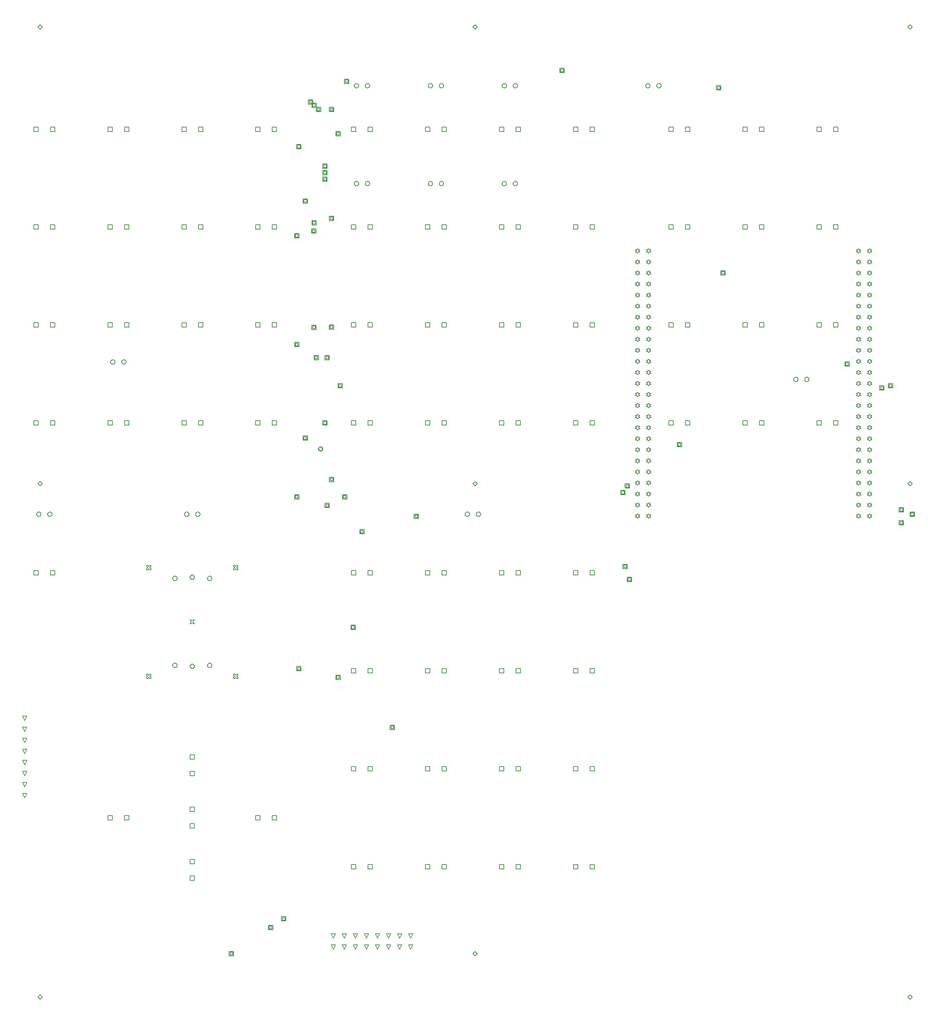
<source format=gbr>
%FSTAX23Y23*%
%MOIN*%
%SFA1B1*%

%IPPOS*%
%ADD74C,0.005000*%
%ADD75C,0.006667*%
%ADD76C,0.004000*%
%LNkeyboardmain_drawing_1-1*%
%LPD*%
G54D74*
X06046Y08031D02*
Y08071D01*
X06086*
Y08031*
X06046*
X06196D02*
Y08071D01*
X06236*
Y08031*
X06196*
X07385Y05373D02*
Y05413D01*
X07425*
Y05373*
X07385*
X07535D02*
Y05413D01*
X07575*
Y05373*
X07535*
X03707Y00629D02*
X03687Y00669D01*
X03727*
X03707Y00629*
Y00729D02*
X03687Y00769D01*
X03727*
X03707Y00729*
X03607Y00629D02*
X03587Y00669D01*
X03627*
X03607Y00629*
Y00729D02*
X03587Y00769D01*
X03627*
X03607Y00729*
X03507Y00629D02*
X03487Y00669D01*
X03527*
X03507Y00629*
Y00729D02*
X03487Y00769D01*
X03527*
X03507Y00729*
X03407Y00629D02*
X03387Y00669D01*
X03427*
X03407Y00629*
Y00729D02*
X03387Y00769D01*
X03427*
X03407Y00729*
X03307Y00629D02*
X03287Y00669D01*
X03327*
X03307Y00629*
Y00729D02*
X03287Y00769D01*
X03327*
X03307Y00729*
X03207Y00629D02*
X03187Y00669D01*
X03227*
X03207Y00629*
Y00729D02*
X03187Y00769D01*
X03227*
X03207Y00729*
X03107Y00629D02*
X03087Y00669D01*
X03127*
X03107Y00629*
Y00729D02*
X03087Y00769D01*
X03127*
X03107Y00729*
X03007Y00629D02*
X02987Y00669D01*
X03027*
X03007Y00629*
Y00729D02*
X02987Y00769D01*
X03027*
X03007Y00729*
X01712Y01726D02*
Y01766D01*
X01752*
Y01726*
X01712*
Y01875D02*
Y01915D01*
X01752*
Y01875*
X01712*
X07385Y06259D02*
Y06299D01*
X07425*
Y06259*
X07385*
X07535D02*
Y06299D01*
X07575*
Y06259*
X07535*
X07385Y07145D02*
Y07185D01*
X07425*
Y07145*
X07385*
X07535D02*
Y07185D01*
X07575*
Y07145*
X07535*
X07385Y08031D02*
Y08071D01*
X07425*
Y08031*
X07385*
X07535D02*
Y08071D01*
X07575*
Y08031*
X07535*
X06716Y05373D02*
Y05413D01*
X06756*
Y05373*
X06716*
X06865D02*
Y05413D01*
X06905*
Y05373*
X06865*
X06716Y06259D02*
Y06299D01*
X06756*
Y06259*
X06716*
X06865D02*
Y06299D01*
X06905*
Y06259*
X06865*
X06716Y07145D02*
Y07185D01*
X06756*
Y07145*
X06716*
X06865D02*
Y07185D01*
X06905*
Y07145*
X06865*
X06716Y08031D02*
Y08071D01*
X06756*
Y08031*
X06716*
X06865D02*
Y08071D01*
X06905*
Y08031*
X06865*
X06046Y05373D02*
Y05413D01*
X06086*
Y05373*
X06046*
X06196D02*
Y05413D01*
X06236*
Y05373*
X06196*
X06046Y06259D02*
Y06299D01*
X06086*
Y06259*
X06046*
X06196D02*
Y06299D01*
X06236*
Y06259*
X06196*
X06046Y07145D02*
Y07185D01*
X06086*
Y07145*
X06046*
X06196D02*
Y07185D01*
X06236*
Y07145*
X06196*
X0518Y05373D02*
Y05413D01*
X0522*
Y05373*
X0518*
X0533D02*
Y05413D01*
X0537*
Y05373*
X0533*
X04511D02*
Y05413D01*
X04551*
Y05373*
X04511*
X04661D02*
Y05413D01*
X04701*
Y05373*
X04661*
X03842D02*
Y05413D01*
X03882*
Y05373*
X03842*
X03991D02*
Y05413D01*
X04031*
Y05373*
X03991*
X03172D02*
Y05413D01*
X03212*
Y05373*
X03172*
X03322D02*
Y05413D01*
X03362*
Y05373*
X03322*
X0518Y06259D02*
Y06299D01*
X0522*
Y06259*
X0518*
X0533D02*
Y06299D01*
X0537*
Y06259*
X0533*
X04511D02*
Y06299D01*
X04551*
Y06259*
X04511*
X04661D02*
Y06299D01*
X04701*
Y06259*
X04661*
X03842D02*
Y06299D01*
X03882*
Y06259*
X03842*
X03991D02*
Y06299D01*
X04031*
Y06259*
X03991*
X03172D02*
Y06299D01*
X03212*
Y06259*
X03172*
X03322D02*
Y06299D01*
X03362*
Y06259*
X03322*
X0518Y07145D02*
Y07185D01*
X0522*
Y07145*
X0518*
X0533D02*
Y07185D01*
X0537*
Y07145*
X0533*
X04511D02*
Y07185D01*
X04551*
Y07145*
X04511*
X04661D02*
Y07185D01*
X04701*
Y07145*
X04661*
X03842D02*
Y07185D01*
X03882*
Y07145*
X03842*
X03991D02*
Y07185D01*
X04031*
Y07145*
X03991*
X03172D02*
Y07185D01*
X03212*
Y07145*
X03172*
X03322D02*
Y07185D01*
X03362*
Y07145*
X03322*
X0518Y08031D02*
Y08071D01*
X0522*
Y08031*
X0518*
X0533D02*
Y08071D01*
X0537*
Y08031*
X0533*
X04511D02*
Y08071D01*
X04551*
Y08031*
X04511*
X04661D02*
Y08071D01*
X04701*
Y08031*
X04661*
X03842D02*
Y08071D01*
X03882*
Y08031*
X03842*
X03991D02*
Y08071D01*
X04031*
Y08031*
X03991*
X03172D02*
Y08071D01*
X03212*
Y08031*
X03172*
X03322D02*
Y08071D01*
X03362*
Y08031*
X03322*
X0518Y04015D02*
Y04055D01*
X0522*
Y04015*
X0518*
X0533D02*
Y04055D01*
X0537*
Y04015*
X0533*
X0518Y03129D02*
Y03169D01*
X0522*
Y03129*
X0518*
X0533D02*
Y03169D01*
X0537*
Y03129*
X0533*
X0518Y02243D02*
Y02283D01*
X0522*
Y02243*
X0518*
X0533D02*
Y02283D01*
X0537*
Y02243*
X0533*
X0518Y01357D02*
Y01397D01*
X0522*
Y01357*
X0518*
X0533D02*
Y01397D01*
X0537*
Y01357*
X0533*
X04511D02*
Y01397D01*
X04551*
Y01357*
X04511*
X04661D02*
Y01397D01*
X04701*
Y01357*
X04661*
X03842D02*
Y01397D01*
X03882*
Y01357*
X03842*
X03991D02*
Y01397D01*
X04031*
Y01357*
X03991*
X04511Y04015D02*
Y04055D01*
X04551*
Y04015*
X04511*
X04661D02*
Y04055D01*
X04701*
Y04015*
X04661*
X03842D02*
Y04055D01*
X03882*
Y04015*
X03842*
X03991D02*
Y04055D01*
X04031*
Y04015*
X03991*
X03172D02*
Y04055D01*
X03212*
Y04015*
X03172*
X03322D02*
Y04055D01*
X03362*
Y04015*
X03322*
X04511Y03129D02*
Y03169D01*
X04551*
Y03129*
X04511*
X04661D02*
Y03169D01*
X04701*
Y03129*
X04661*
X03842D02*
Y03169D01*
X03882*
Y03129*
X03842*
X03991D02*
Y03169D01*
X04031*
Y03129*
X03991*
X03172D02*
Y03169D01*
X03212*
Y03129*
X03172*
X03322D02*
Y03169D01*
X03362*
Y03129*
X03322*
X04511Y02243D02*
Y02283D01*
X04551*
Y02243*
X04511*
X04661D02*
Y02283D01*
X04701*
Y02243*
X04661*
X03842D02*
Y02283D01*
X03882*
Y02243*
X03842*
X03991D02*
Y02283D01*
X04031*
Y02243*
X03991*
X03172D02*
Y02283D01*
X03212*
Y02243*
X03172*
X03322D02*
Y02283D01*
X03362*
Y02243*
X03322*
X03172Y01357D02*
Y01397D01*
X03212*
Y01357*
X03172*
X03322D02*
Y01397D01*
X03362*
Y01357*
X03322*
X01712Y01253D02*
Y01293D01*
X01752*
Y01253*
X01712*
Y01403D02*
Y01443D01*
X01752*
Y01403*
X01712*
Y02198D02*
Y02238D01*
X01752*
Y02198*
X01712*
Y02348D02*
Y02388D01*
X01752*
Y02348*
X01712*
X02306Y018D02*
Y0184D01*
X02346*
Y018*
X02306*
X02456D02*
Y0184D01*
X02496*
Y018*
X02456*
X00968D02*
Y0184D01*
X01008*
Y018*
X00968*
X01117D02*
Y0184D01*
X01157*
Y018*
X01117*
X00298Y04015D02*
Y04055D01*
X00338*
Y04015*
X00298*
X00448D02*
Y04055D01*
X00488*
Y04015*
X00448*
X02306Y05373D02*
Y05413D01*
X02346*
Y05373*
X02306*
X02456D02*
Y05413D01*
X02496*
Y05373*
X02456*
X01637D02*
Y05413D01*
X01677*
Y05373*
X01637*
X01787D02*
Y05413D01*
X01827*
Y05373*
X01787*
X00968D02*
Y05413D01*
X01008*
Y05373*
X00968*
X01117D02*
Y05413D01*
X01157*
Y05373*
X01117*
X00298D02*
Y05413D01*
X00338*
Y05373*
X00298*
X00448D02*
Y05413D01*
X00488*
Y05373*
X00448*
X02306Y06259D02*
Y06299D01*
X02346*
Y06259*
X02306*
X02456D02*
Y06299D01*
X02496*
Y06259*
X02456*
X01637D02*
Y06299D01*
X01677*
Y06259*
X01637*
X01787D02*
Y06299D01*
X01827*
Y06259*
X01787*
X00968D02*
Y06299D01*
X01008*
Y06259*
X00968*
X01117D02*
Y06299D01*
X01157*
Y06259*
X01117*
X00298D02*
Y06299D01*
X00338*
Y06259*
X00298*
X00448D02*
Y06299D01*
X00488*
Y06259*
X00448*
X02306Y07145D02*
Y07185D01*
X02346*
Y07145*
X02306*
X02456D02*
Y07185D01*
X02496*
Y07145*
X02456*
X01637D02*
Y07185D01*
X01677*
Y07145*
X01637*
X01787D02*
Y07185D01*
X01827*
Y07145*
X01787*
X00968D02*
Y07185D01*
X01008*
Y07145*
X00968*
X01117D02*
Y07185D01*
X01157*
Y07145*
X01117*
X00298D02*
Y07185D01*
X00338*
Y07145*
X00298*
X00448D02*
Y07185D01*
X00488*
Y07145*
X00448*
X02306Y08031D02*
Y08071D01*
X02346*
Y08031*
X02306*
X02456D02*
Y08071D01*
X02496*
Y08031*
X02456*
X01637D02*
Y08071D01*
X01677*
Y08031*
X01637*
X01787D02*
Y08071D01*
X01827*
Y08031*
X01787*
X00968D02*
Y08071D01*
X01008*
Y08031*
X00968*
X01117D02*
Y08071D01*
X01157*
Y08031*
X01117*
X00298D02*
Y08071D01*
X00338*
Y08031*
X00298*
X00448D02*
Y08071D01*
X00488*
Y08031*
X00448*
X07861Y06931D02*
X07871Y06941D01*
X07881*
X07871Y06951*
X07881Y06961*
X07871*
X07861Y06971*
X07851Y06961*
X07841*
X07851Y06951*
X07841Y06941*
X07851*
X07861Y06931*
X07761D02*
X07771Y06941D01*
X07781*
X07771Y06951*
X07781Y06961*
X07771*
X07761Y06971*
X07751Y06961*
X07741*
X07751Y06951*
X07741Y06941*
X07751*
X07761Y06931*
X07861Y06831D02*
X07871Y06841D01*
X07881*
X07871Y06851*
X07881Y06861*
X07871*
X07861Y06871*
X07851Y06861*
X07841*
X07851Y06851*
X07841Y06841*
X07851*
X07861Y06831*
X07761D02*
X07771Y06841D01*
X07781*
X07771Y06851*
X07781Y06861*
X07771*
X07761Y06871*
X07751Y06861*
X07741*
X07751Y06851*
X07741Y06841*
X07751*
X07761Y06831*
X07861Y06731D02*
X07871Y06741D01*
X07881*
X07871Y06751*
X07881Y06761*
X07871*
X07861Y06771*
X07851Y06761*
X07841*
X07851Y06751*
X07841Y06741*
X07851*
X07861Y06731*
X07761D02*
X07771Y06741D01*
X07781*
X07771Y06751*
X07781Y06761*
X07771*
X07761Y06771*
X07751Y06761*
X07741*
X07751Y06751*
X07741Y06741*
X07751*
X07761Y06731*
X07861Y06631D02*
X07871Y06641D01*
X07881*
X07871Y06651*
X07881Y06661*
X07871*
X07861Y06671*
X07851Y06661*
X07841*
X07851Y06651*
X07841Y06641*
X07851*
X07861Y06631*
X07761D02*
X07771Y06641D01*
X07781*
X07771Y06651*
X07781Y06661*
X07771*
X07761Y06671*
X07751Y06661*
X07741*
X07751Y06651*
X07741Y06641*
X07751*
X07761Y06631*
X07861Y06531D02*
X07871Y06541D01*
X07881*
X07871Y06551*
X07881Y06561*
X07871*
X07861Y06571*
X07851Y06561*
X07841*
X07851Y06551*
X07841Y06541*
X07851*
X07861Y06531*
X07761D02*
X07771Y06541D01*
X07781*
X07771Y06551*
X07781Y06561*
X07771*
X07761Y06571*
X07751Y06561*
X07741*
X07751Y06551*
X07741Y06541*
X07751*
X07761Y06531*
X07861Y06431D02*
X07871Y06441D01*
X07881*
X07871Y06451*
X07881Y06461*
X07871*
X07861Y06471*
X07851Y06461*
X07841*
X07851Y06451*
X07841Y06441*
X07851*
X07861Y06431*
X07761D02*
X07771Y06441D01*
X07781*
X07771Y06451*
X07781Y06461*
X07771*
X07761Y06471*
X07751Y06461*
X07741*
X07751Y06451*
X07741Y06441*
X07751*
X07761Y06431*
X07861Y06331D02*
X07871Y06341D01*
X07881*
X07871Y06351*
X07881Y06361*
X07871*
X07861Y06371*
X07851Y06361*
X07841*
X07851Y06351*
X07841Y06341*
X07851*
X07861Y06331*
X07761D02*
X07771Y06341D01*
X07781*
X07771Y06351*
X07781Y06361*
X07771*
X07761Y06371*
X07751Y06361*
X07741*
X07751Y06351*
X07741Y06341*
X07751*
X07761Y06331*
X07861Y06231D02*
X07871Y06241D01*
X07881*
X07871Y06251*
X07881Y06261*
X07871*
X07861Y06271*
X07851Y06261*
X07841*
X07851Y06251*
X07841Y06241*
X07851*
X07861Y06231*
X07761D02*
X07771Y06241D01*
X07781*
X07771Y06251*
X07781Y06261*
X07771*
X07761Y06271*
X07751Y06261*
X07741*
X07751Y06251*
X07741Y06241*
X07751*
X07761Y06231*
X07861Y06131D02*
X07871Y06141D01*
X07881*
X07871Y06151*
X07881Y06161*
X07871*
X07861Y06171*
X07851Y06161*
X07841*
X07851Y06151*
X07841Y06141*
X07851*
X07861Y06131*
X07761D02*
X07771Y06141D01*
X07781*
X07771Y06151*
X07781Y06161*
X07771*
X07761Y06171*
X07751Y06161*
X07741*
X07751Y06151*
X07741Y06141*
X07751*
X07761Y06131*
X07861Y06031D02*
X07871Y06041D01*
X07881*
X07871Y06051*
X07881Y06061*
X07871*
X07861Y06071*
X07851Y06061*
X07841*
X07851Y06051*
X07841Y06041*
X07851*
X07861Y06031*
X07761D02*
X07771Y06041D01*
X07781*
X07771Y06051*
X07781Y06061*
X07771*
X07761Y06071*
X07751Y06061*
X07741*
X07751Y06051*
X07741Y06041*
X07751*
X07761Y06031*
X07861Y05931D02*
X07871Y05941D01*
X07881*
X07871Y05951*
X07881Y05961*
X07871*
X07861Y05971*
X07851Y05961*
X07841*
X07851Y05951*
X07841Y05941*
X07851*
X07861Y05931*
X07761D02*
X07771Y05941D01*
X07781*
X07771Y05951*
X07781Y05961*
X07771*
X07761Y05971*
X07751Y05961*
X07741*
X07751Y05951*
X07741Y05941*
X07751*
X07761Y05931*
X07861Y05831D02*
X07871Y05841D01*
X07881*
X07871Y05851*
X07881Y05861*
X07871*
X07861Y05871*
X07851Y05861*
X07841*
X07851Y05851*
X07841Y05841*
X07851*
X07861Y05831*
X07761D02*
X07771Y05841D01*
X07781*
X07771Y05851*
X07781Y05861*
X07771*
X07761Y05871*
X07751Y05861*
X07741*
X07751Y05851*
X07741Y05841*
X07751*
X07761Y05831*
X07861Y05731D02*
X07871Y05741D01*
X07881*
X07871Y05751*
X07881Y05761*
X07871*
X07861Y05771*
X07851Y05761*
X07841*
X07851Y05751*
X07841Y05741*
X07851*
X07861Y05731*
X07761D02*
X07771Y05741D01*
X07781*
X07771Y05751*
X07781Y05761*
X07771*
X07761Y05771*
X07751Y05761*
X07741*
X07751Y05751*
X07741Y05741*
X07751*
X07761Y05731*
X07861Y05631D02*
X07871Y05641D01*
X07881*
X07871Y05651*
X07881Y05661*
X07871*
X07861Y05671*
X07851Y05661*
X07841*
X07851Y05651*
X07841Y05641*
X07851*
X07861Y05631*
X07761D02*
X07771Y05641D01*
X07781*
X07771Y05651*
X07781Y05661*
X07771*
X07761Y05671*
X07751Y05661*
X07741*
X07751Y05651*
X07741Y05641*
X07751*
X07761Y05631*
X07861Y05531D02*
X07871Y05541D01*
X07881*
X07871Y05551*
X07881Y05561*
X07871*
X07861Y05571*
X07851Y05561*
X07841*
X07851Y05551*
X07841Y05541*
X07851*
X07861Y05531*
X07761D02*
X07771Y05541D01*
X07781*
X07771Y05551*
X07781Y05561*
X07771*
X07761Y05571*
X07751Y05561*
X07741*
X07751Y05551*
X07741Y05541*
X07751*
X07761Y05531*
X07861Y05431D02*
X07871Y05441D01*
X07881*
X07871Y05451*
X07881Y05461*
X07871*
X07861Y05471*
X07851Y05461*
X07841*
X07851Y05451*
X07841Y05441*
X07851*
X07861Y05431*
X07761D02*
X07771Y05441D01*
X07781*
X07771Y05451*
X07781Y05461*
X07771*
X07761Y05471*
X07751Y05461*
X07741*
X07751Y05451*
X07741Y05441*
X07751*
X07761Y05431*
X07861Y05331D02*
X07871Y05341D01*
X07881*
X07871Y05351*
X07881Y05361*
X07871*
X07861Y05371*
X07851Y05361*
X07841*
X07851Y05351*
X07841Y05341*
X07851*
X07861Y05331*
X07761D02*
X07771Y05341D01*
X07781*
X07771Y05351*
X07781Y05361*
X07771*
X07761Y05371*
X07751Y05361*
X07741*
X07751Y05351*
X07741Y05341*
X07751*
X07761Y05331*
X07861Y05231D02*
X07871Y05241D01*
X07881*
X07871Y05251*
X07881Y05261*
X07871*
X07861Y05271*
X07851Y05261*
X07841*
X07851Y05251*
X07841Y05241*
X07851*
X07861Y05231*
X07761D02*
X07771Y05241D01*
X07781*
X07771Y05251*
X07781Y05261*
X07771*
X07761Y05271*
X07751Y05261*
X07741*
X07751Y05251*
X07741Y05241*
X07751*
X07761Y05231*
X07861Y05131D02*
X07871Y05141D01*
X07881*
X07871Y05151*
X07881Y05161*
X07871*
X07861Y05171*
X07851Y05161*
X07841*
X07851Y05151*
X07841Y05141*
X07851*
X07861Y05131*
X07761D02*
X07771Y05141D01*
X07781*
X07771Y05151*
X07781Y05161*
X07771*
X07761Y05171*
X07751Y05161*
X07741*
X07751Y05151*
X07741Y05141*
X07751*
X07761Y05131*
X07861Y05031D02*
X07871Y05041D01*
X07881*
X07871Y05051*
X07881Y05061*
X07871*
X07861Y05071*
X07851Y05061*
X07841*
X07851Y05051*
X07841Y05041*
X07851*
X07861Y05031*
X07761D02*
X07771Y05041D01*
X07781*
X07771Y05051*
X07781Y05061*
X07771*
X07761Y05071*
X07751Y05061*
X07741*
X07751Y05051*
X07741Y05041*
X07751*
X07761Y05031*
X07861Y04931D02*
X07871Y04941D01*
X07881*
X07871Y04951*
X07881Y04961*
X07871*
X07861Y04971*
X07851Y04961*
X07841*
X07851Y04951*
X07841Y04941*
X07851*
X07861Y04931*
X07761D02*
X07771Y04941D01*
X07781*
X07771Y04951*
X07781Y04961*
X07771*
X07761Y04971*
X07751Y04961*
X07741*
X07751Y04951*
X07741Y04941*
X07751*
X07761Y04931*
X07861Y04831D02*
X07871Y04841D01*
X07881*
X07871Y04851*
X07881Y04861*
X07871*
X07861Y04871*
X07851Y04861*
X07841*
X07851Y04851*
X07841Y04841*
X07851*
X07861Y04831*
X07761D02*
X07771Y04841D01*
X07781*
X07771Y04851*
X07781Y04861*
X07771*
X07761Y04871*
X07751Y04861*
X07741*
X07751Y04851*
X07741Y04841*
X07751*
X07761Y04831*
X07861Y04731D02*
X07871Y04741D01*
X07881*
X07871Y04751*
X07881Y04761*
X07871*
X07861Y04771*
X07851Y04761*
X07841*
X07851Y04751*
X07841Y04741*
X07851*
X07861Y04731*
X07761D02*
X07771Y04741D01*
X07781*
X07771Y04751*
X07781Y04761*
X07771*
X07761Y04771*
X07751Y04761*
X07741*
X07751Y04751*
X07741Y04741*
X07751*
X07761Y04731*
X07861Y04631D02*
X07871Y04641D01*
X07881*
X07871Y04651*
X07881Y04661*
X07871*
X07861Y04671*
X07851Y04661*
X07841*
X07851Y04651*
X07841Y04641*
X07851*
X07861Y04631*
X07761D02*
X07771Y04641D01*
X07781*
X07771Y04651*
X07781Y04661*
X07771*
X07761Y04671*
X07751Y04661*
X07741*
X07751Y04651*
X07741Y04641*
X07751*
X07761Y04631*
X07861Y04531D02*
X07871Y04541D01*
X07881*
X07871Y04551*
X07881Y04561*
X07871*
X07861Y04571*
X07851Y04561*
X07841*
X07851Y04551*
X07841Y04541*
X07851*
X07861Y04531*
X07761D02*
X07771Y04541D01*
X07781*
X07771Y04551*
X07781Y04561*
X07771*
X07761Y04571*
X07751Y04561*
X07741*
X07751Y04551*
X07741Y04541*
X07751*
X07761Y04531*
X05861Y06931D02*
X05871Y06941D01*
X05881*
X05871Y06951*
X05881Y06961*
X05871*
X05861Y06971*
X05851Y06961*
X05841*
X05851Y06951*
X05841Y06941*
X05851*
X05861Y06931*
X05761D02*
X05771Y06941D01*
X05781*
X05771Y06951*
X05781Y06961*
X05771*
X05761Y06971*
X05751Y06961*
X05741*
X05751Y06951*
X05741Y06941*
X05751*
X05761Y06931*
X05861Y06831D02*
X05871Y06841D01*
X05881*
X05871Y06851*
X05881Y06861*
X05871*
X05861Y06871*
X05851Y06861*
X05841*
X05851Y06851*
X05841Y06841*
X05851*
X05861Y06831*
X05761D02*
X05771Y06841D01*
X05781*
X05771Y06851*
X05781Y06861*
X05771*
X05761Y06871*
X05751Y06861*
X05741*
X05751Y06851*
X05741Y06841*
X05751*
X05761Y06831*
X05861Y06731D02*
X05871Y06741D01*
X05881*
X05871Y06751*
X05881Y06761*
X05871*
X05861Y06771*
X05851Y06761*
X05841*
X05851Y06751*
X05841Y06741*
X05851*
X05861Y06731*
X05761D02*
X05771Y06741D01*
X05781*
X05771Y06751*
X05781Y06761*
X05771*
X05761Y06771*
X05751Y06761*
X05741*
X05751Y06751*
X05741Y06741*
X05751*
X05761Y06731*
X05861Y06631D02*
X05871Y06641D01*
X05881*
X05871Y06651*
X05881Y06661*
X05871*
X05861Y06671*
X05851Y06661*
X05841*
X05851Y06651*
X05841Y06641*
X05851*
X05861Y06631*
X05761D02*
X05771Y06641D01*
X05781*
X05771Y06651*
X05781Y06661*
X05771*
X05761Y06671*
X05751Y06661*
X05741*
X05751Y06651*
X05741Y06641*
X05751*
X05761Y06631*
X05861Y06531D02*
X05871Y06541D01*
X05881*
X05871Y06551*
X05881Y06561*
X05871*
X05861Y06571*
X05851Y06561*
X05841*
X05851Y06551*
X05841Y06541*
X05851*
X05861Y06531*
X05761D02*
X05771Y06541D01*
X05781*
X05771Y06551*
X05781Y06561*
X05771*
X05761Y06571*
X05751Y06561*
X05741*
X05751Y06551*
X05741Y06541*
X05751*
X05761Y06531*
X05861Y06431D02*
X05871Y06441D01*
X05881*
X05871Y06451*
X05881Y06461*
X05871*
X05861Y06471*
X05851Y06461*
X05841*
X05851Y06451*
X05841Y06441*
X05851*
X05861Y06431*
X05761D02*
X05771Y06441D01*
X05781*
X05771Y06451*
X05781Y06461*
X05771*
X05761Y06471*
X05751Y06461*
X05741*
X05751Y06451*
X05741Y06441*
X05751*
X05761Y06431*
X05861Y06331D02*
X05871Y06341D01*
X05881*
X05871Y06351*
X05881Y06361*
X05871*
X05861Y06371*
X05851Y06361*
X05841*
X05851Y06351*
X05841Y06341*
X05851*
X05861Y06331*
X05761D02*
X05771Y06341D01*
X05781*
X05771Y06351*
X05781Y06361*
X05771*
X05761Y06371*
X05751Y06361*
X05741*
X05751Y06351*
X05741Y06341*
X05751*
X05761Y06331*
X05861Y06231D02*
X05871Y06241D01*
X05881*
X05871Y06251*
X05881Y06261*
X05871*
X05861Y06271*
X05851Y06261*
X05841*
X05851Y06251*
X05841Y06241*
X05851*
X05861Y06231*
X05761D02*
X05771Y06241D01*
X05781*
X05771Y06251*
X05781Y06261*
X05771*
X05761Y06271*
X05751Y06261*
X05741*
X05751Y06251*
X05741Y06241*
X05751*
X05761Y06231*
X05861Y06131D02*
X05871Y06141D01*
X05881*
X05871Y06151*
X05881Y06161*
X05871*
X05861Y06171*
X05851Y06161*
X05841*
X05851Y06151*
X05841Y06141*
X05851*
X05861Y06131*
X05761D02*
X05771Y06141D01*
X05781*
X05771Y06151*
X05781Y06161*
X05771*
X05761Y06171*
X05751Y06161*
X05741*
X05751Y06151*
X05741Y06141*
X05751*
X05761Y06131*
X05861Y06031D02*
X05871Y06041D01*
X05881*
X05871Y06051*
X05881Y06061*
X05871*
X05861Y06071*
X05851Y06061*
X05841*
X05851Y06051*
X05841Y06041*
X05851*
X05861Y06031*
X05761D02*
X05771Y06041D01*
X05781*
X05771Y06051*
X05781Y06061*
X05771*
X05761Y06071*
X05751Y06061*
X05741*
X05751Y06051*
X05741Y06041*
X05751*
X05761Y06031*
X05861Y05931D02*
X05871Y05941D01*
X05881*
X05871Y05951*
X05881Y05961*
X05871*
X05861Y05971*
X05851Y05961*
X05841*
X05851Y05951*
X05841Y05941*
X05851*
X05861Y05931*
X05761D02*
X05771Y05941D01*
X05781*
X05771Y05951*
X05781Y05961*
X05771*
X05761Y05971*
X05751Y05961*
X05741*
X05751Y05951*
X05741Y05941*
X05751*
X05761Y05931*
X05861Y05831D02*
X05871Y05841D01*
X05881*
X05871Y05851*
X05881Y05861*
X05871*
X05861Y05871*
X05851Y05861*
X05841*
X05851Y05851*
X05841Y05841*
X05851*
X05861Y05831*
X05761D02*
X05771Y05841D01*
X05781*
X05771Y05851*
X05781Y05861*
X05771*
X05761Y05871*
X05751Y05861*
X05741*
X05751Y05851*
X05741Y05841*
X05751*
X05761Y05831*
X05861Y05731D02*
X05871Y05741D01*
X05881*
X05871Y05751*
X05881Y05761*
X05871*
X05861Y05771*
X05851Y05761*
X05841*
X05851Y05751*
X05841Y05741*
X05851*
X05861Y05731*
X05761D02*
X05771Y05741D01*
X05781*
X05771Y05751*
X05781Y05761*
X05771*
X05761Y05771*
X05751Y05761*
X05741*
X05751Y05751*
X05741Y05741*
X05751*
X05761Y05731*
X05861Y05631D02*
X05871Y05641D01*
X05881*
X05871Y05651*
X05881Y05661*
X05871*
X05861Y05671*
X05851Y05661*
X05841*
X05851Y05651*
X05841Y05641*
X05851*
X05861Y05631*
X05761D02*
X05771Y05641D01*
X05781*
X05771Y05651*
X05781Y05661*
X05771*
X05761Y05671*
X05751Y05661*
X05741*
X05751Y05651*
X05741Y05641*
X05751*
X05761Y05631*
X05861Y05531D02*
X05871Y05541D01*
X05881*
X05871Y05551*
X05881Y05561*
X05871*
X05861Y05571*
X05851Y05561*
X05841*
X05851Y05551*
X05841Y05541*
X05851*
X05861Y05531*
X05761D02*
X05771Y05541D01*
X05781*
X05771Y05551*
X05781Y05561*
X05771*
X05761Y05571*
X05751Y05561*
X05741*
X05751Y05551*
X05741Y05541*
X05751*
X05761Y05531*
X05861Y05431D02*
X05871Y05441D01*
X05881*
X05871Y05451*
X05881Y05461*
X05871*
X05861Y05471*
X05851Y05461*
X05841*
X05851Y05451*
X05841Y05441*
X05851*
X05861Y05431*
X05761D02*
X05771Y05441D01*
X05781*
X05771Y05451*
X05781Y05461*
X05771*
X05761Y05471*
X05751Y05461*
X05741*
X05751Y05451*
X05741Y05441*
X05751*
X05761Y05431*
X05861Y05331D02*
X05871Y05341D01*
X05881*
X05871Y05351*
X05881Y05361*
X05871*
X05861Y05371*
X05851Y05361*
X05841*
X05851Y05351*
X05841Y05341*
X05851*
X05861Y05331*
X05761D02*
X05771Y05341D01*
X05781*
X05771Y05351*
X05781Y05361*
X05771*
X05761Y05371*
X05751Y05361*
X05741*
X05751Y05351*
X05741Y05341*
X05751*
X05761Y05331*
X05861Y05231D02*
X05871Y05241D01*
X05881*
X05871Y05251*
X05881Y05261*
X05871*
X05861Y05271*
X05851Y05261*
X05841*
X05851Y05251*
X05841Y05241*
X05851*
X05861Y05231*
X05761D02*
X05771Y05241D01*
X05781*
X05771Y05251*
X05781Y05261*
X05771*
X05761Y05271*
X05751Y05261*
X05741*
X05751Y05251*
X05741Y05241*
X05751*
X05761Y05231*
X05861Y05131D02*
X05871Y05141D01*
X05881*
X05871Y05151*
X05881Y05161*
X05871*
X05861Y05171*
X05851Y05161*
X05841*
X05851Y05151*
X05841Y05141*
X05851*
X05861Y05131*
X05761D02*
X05771Y05141D01*
X05781*
X05771Y05151*
X05781Y05161*
X05771*
X05761Y05171*
X05751Y05161*
X05741*
X05751Y05151*
X05741Y05141*
X05751*
X05761Y05131*
X05861Y05031D02*
X05871Y05041D01*
X05881*
X05871Y05051*
X05881Y05061*
X05871*
X05861Y05071*
X05851Y05061*
X05841*
X05851Y05051*
X05841Y05041*
X05851*
X05861Y05031*
X05761D02*
X05771Y05041D01*
X05781*
X05771Y05051*
X05781Y05061*
X05771*
X05761Y05071*
X05751Y05061*
X05741*
X05751Y05051*
X05741Y05041*
X05751*
X05761Y05031*
X05861Y04931D02*
X05871Y04941D01*
X05881*
X05871Y04951*
X05881Y04961*
X05871*
X05861Y04971*
X05851Y04961*
X05841*
X05851Y04951*
X05841Y04941*
X05851*
X05861Y04931*
X05761D02*
X05771Y04941D01*
X05781*
X05771Y04951*
X05781Y04961*
X05771*
X05761Y04971*
X05751Y04961*
X05741*
X05751Y04951*
X05741Y04941*
X05751*
X05761Y04931*
X05861Y04831D02*
X05871Y04841D01*
X05881*
X05871Y04851*
X05881Y04861*
X05871*
X05861Y04871*
X05851Y04861*
X05841*
X05851Y04851*
X05841Y04841*
X05851*
X05861Y04831*
X05761D02*
X05771Y04841D01*
X05781*
X05771Y04851*
X05781Y04861*
X05771*
X05761Y04871*
X05751Y04861*
X05741*
X05751Y04851*
X05741Y04841*
X05751*
X05761Y04831*
X05861Y04731D02*
X05871Y04741D01*
X05881*
X05871Y04751*
X05881Y04761*
X05871*
X05861Y04771*
X05851Y04761*
X05841*
X05851Y04751*
X05841Y04741*
X05851*
X05861Y04731*
X05761D02*
X05771Y04741D01*
X05781*
X05771Y04751*
X05781Y04761*
X05771*
X05761Y04771*
X05751Y04761*
X05741*
X05751Y04751*
X05741Y04741*
X05751*
X05761Y04731*
X05861Y04631D02*
X05871Y04641D01*
X05881*
X05871Y04651*
X05881Y04661*
X05871*
X05861Y04671*
X05851Y04661*
X05841*
X05851Y04651*
X05841Y04641*
X05851*
X05861Y04631*
X05761D02*
X05771Y04641D01*
X05781*
X05771Y04651*
X05781Y04661*
X05771*
X05761Y04671*
X05751Y04661*
X05741*
X05751Y04651*
X05741Y04641*
X05751*
X05761Y04631*
X05861Y04531D02*
X05871Y04541D01*
X05881*
X05871Y04551*
X05881Y04561*
X05871*
X05861Y04571*
X05851Y04561*
X05841*
X05851Y04551*
X05841Y04541*
X05851*
X05861Y04531*
X05761D02*
X05771Y04541D01*
X05781*
X05771Y04551*
X05781Y04561*
X05771*
X05761Y04571*
X05751Y04561*
X05741*
X05751Y04551*
X05741Y04541*
X05751*
X05761Y04531*
X00216Y02701D02*
X00196Y02741D01*
X00236*
X00216Y02701*
Y02601D02*
X00196Y02641D01*
X00236*
X00216Y02601*
Y02501D02*
X00196Y02541D01*
X00236*
X00216Y02501*
Y02401D02*
X00196Y02441D01*
X00236*
X00216Y02401*
Y02301D02*
X00196Y02341D01*
X00236*
X00216Y02301*
Y02201D02*
X00196Y02241D01*
X00236*
X00216Y02201*
Y02101D02*
X00196Y02141D01*
X00236*
X00216Y02101*
Y02001D02*
X00196Y02041D01*
X00236*
X00216Y02001*
X01712Y03572D02*
X01722Y03592D01*
X01712Y03612*
X01732Y03602*
X01752Y03612*
X01742Y03592*
X01752Y03572*
X01732Y03582*
X01712Y03572*
X01722Y03178D02*
Y03168D01*
X01742*
Y03178*
X01752*
Y03198*
X01742*
Y03208*
X01722*
Y03198*
X01712*
Y03178*
X01722*
Y03986D02*
Y03976D01*
X01742*
Y03986*
X01752*
Y04006*
X01742*
Y04016*
X01722*
Y04006*
X01712*
Y03986*
X01722*
X02105Y04064D02*
X02115D01*
X02125Y04074*
X02135Y04064*
X02145*
Y04074*
X02135Y04084*
X02145Y04094*
Y04104*
X02135*
X02125Y04094*
X02115Y04104*
X02105*
Y04094*
X02115Y04084*
X02105Y04074*
Y04064*
X01318D02*
X01328D01*
X01338Y04074*
X01348Y04064*
X01358*
Y04074*
X01348Y04084*
X01358Y04094*
Y04104*
X01348*
X01338Y04094*
X01328Y04104*
X01318*
Y04094*
X01328Y04084*
X01318Y04074*
Y04064*
X02105Y0308D02*
X02115D01*
X02125Y0309*
X02135Y0308*
X02145*
Y0309*
X02135Y031*
X02145Y0311*
Y0312*
X02135*
X02125Y0311*
X02115Y0312*
X02105*
Y0311*
X02115Y031*
X02105Y0309*
Y0308*
X01318D02*
X01328D01*
X01338Y0309*
X01348Y0308*
X01358*
Y0309*
X01348Y031*
X01358Y0311*
Y0312*
X01348*
X01338Y0311*
X01328Y0312*
X01318*
Y0311*
X01328Y031*
X01318Y0309*
Y0308*
X00334Y08976D02*
X00354Y08996D01*
X00374Y08976*
X00354Y08956*
X00334Y08976*
Y04842D02*
X00354Y04862D01*
X00374Y04842*
X00354Y04822*
X00334Y04842*
Y00196D02*
X00354Y00216D01*
X00374Y00196*
X00354Y00176*
X00334Y00196*
X04271Y08976D02*
X04291Y08996D01*
X04311Y08976*
X04291Y08956*
X04271Y08976*
Y04842D02*
X04291Y04862D01*
X04311Y04842*
X04291Y04822*
X04271Y04842*
Y0059D02*
X04291Y0061D01*
X04311Y0059*
X04291Y0057*
X04271Y0059*
X08208Y00196D02*
X08228Y00216D01*
X08248Y00196*
X08228Y00176*
X08208Y00196*
Y04842D02*
X08228Y04862D01*
X08248Y04842*
X08228Y04822*
X08208Y04842*
Y08976D02*
X08228Y08996D01*
X08248Y08976*
X08228Y08956*
X08208Y08976*
X07637Y05905D02*
Y05945D01*
X07677*
Y05905*
X07637*
X07645Y05913D02*
Y05937D01*
X07669*
Y05913*
X07645*
X06476Y08405D02*
Y08445D01*
X06516*
Y08405*
X06476*
X06484Y08413D02*
Y08437D01*
X06508*
Y08413*
X06484*
X06515Y06731D02*
Y06771D01*
X06555*
Y06731*
X06515*
X06523Y06739D02*
Y06763D01*
X06547*
Y06739*
X06523*
X02735Y05235D02*
Y05275D01*
X02775*
Y05235*
X02735*
X02743Y05243D02*
Y05267D01*
X02767*
Y05243*
X02743*
X06121Y05176D02*
Y05216D01*
X06161*
Y05176*
X06121*
X06129Y05184D02*
Y05208D01*
X06153*
Y05184*
X06129*
X05058Y08562D02*
Y08602D01*
X05098*
Y08562*
X05058*
X05066Y0857D02*
Y08594D01*
X0509*
Y0857*
X05066*
X03109Y08464D02*
Y08504D01*
X03149*
Y08464*
X03109*
X03117Y08472D02*
Y08496D01*
X03141*
Y08472*
X03117*
X02913Y07696D02*
Y07736D01*
X02953*
Y07696*
X02913*
X02921Y07704D02*
Y07728D01*
X02945*
Y07704*
X02921*
X02913Y07637D02*
Y07677D01*
X02953*
Y07637*
X02913*
X02921Y07645D02*
Y07669D01*
X02945*
Y07645*
X02921*
X02913Y07578D02*
Y07618D01*
X02953*
Y07578*
X02913*
X02921Y07586D02*
Y0761D01*
X02945*
Y07586*
X02921*
X05649Y04802D02*
Y04842D01*
X05689*
Y04802*
X05649*
X05657Y0481D02*
Y04834D01*
X05681*
Y0481*
X05657*
X05609Y04743D02*
Y04783D01*
X05649*
Y04743*
X05609*
X05617Y04751D02*
Y04775D01*
X05641*
Y04751*
X05617*
X05668Y03956D02*
Y03996D01*
X05708*
Y03956*
X05668*
X05676Y03964D02*
Y03988D01*
X057*
Y03964*
X05676*
X05629Y04074D02*
Y04114D01*
X05669*
Y04074*
X05629*
X05637Y04082D02*
Y04106D01*
X05661*
Y04082*
X05637*
X02676Y03149D02*
Y03189D01*
X02716*
Y03149*
X02676*
X02684Y03157D02*
Y03181D01*
X02708*
Y03157*
X02684*
X08129Y04586D02*
Y04626D01*
X08169*
Y04586*
X08129*
X08137Y04594D02*
Y04618D01*
X08161*
Y04594*
X08137*
X03031Y0307D02*
Y0311D01*
X03071*
Y0307*
X03031*
X03039Y03078D02*
Y03102D01*
X03063*
Y03078*
X03039*
X0309Y04704D02*
Y04744D01*
X0313*
Y04704*
X0309*
X03098Y04712D02*
Y04736D01*
X03122*
Y04712*
X03098*
X08031Y05708D02*
Y05748D01*
X08071*
Y05708*
X08031*
X08039Y05716D02*
Y0574D01*
X08063*
Y05716*
X08039*
X03523Y02617D02*
Y02657D01*
X03563*
Y02617*
X03523*
X03531Y02625D02*
Y02649D01*
X03555*
Y02625*
X03531*
X03739Y04527D02*
Y04567D01*
X03779*
Y04527*
X03739*
X03747Y04535D02*
Y04559D01*
X03771*
Y04535*
X03747*
X03168Y03523D02*
Y03563D01*
X03208*
Y03523*
X03168*
X03176Y03531D02*
Y03555D01*
X032*
Y03531*
X03176*
X03247Y04389D02*
Y04429D01*
X03287*
Y04389*
X03247*
X03255Y04397D02*
Y04421D01*
X03279*
Y04397*
X03255*
X02913Y05373D02*
Y05413D01*
X02953*
Y05373*
X02913*
X02921Y05381D02*
Y05405D01*
X02945*
Y05381*
X02921*
X03031Y07991D02*
Y08031D01*
X03071*
Y07991*
X03031*
X03039Y07999D02*
Y08023D01*
X03063*
Y07999*
X03039*
X0305Y05708D02*
Y05748D01*
X0309*
Y05708*
X0305*
X03058Y05716D02*
Y0574D01*
X03082*
Y05716*
X03058*
X07952Y05688D02*
Y05728D01*
X07992*
Y05688*
X07952*
X0796Y05696D02*
Y0572D01*
X07984*
Y05696*
X0796*
X08228Y04546D02*
Y04586D01*
X08268*
Y04546*
X08228*
X08236Y04554D02*
Y04578D01*
X0826*
Y04554*
X08236*
X08129Y04468D02*
Y04508D01*
X08169*
Y04468*
X08129*
X08137Y04476D02*
Y045D01*
X08161*
Y04476*
X08137*
X02657Y07066D02*
Y07106D01*
X02697*
Y07066*
X02657*
X02665Y07074D02*
Y07098D01*
X02689*
Y07074*
X02665*
X02657Y06082D02*
Y06122D01*
X02697*
Y06082*
X02657*
X02665Y0609D02*
Y06114D01*
X02689*
Y0609*
X02665*
X02657Y04704D02*
Y04744D01*
X02697*
Y04704*
X02657*
X02665Y04712D02*
Y04736D01*
X02689*
Y04712*
X02665*
X02066Y0057D02*
Y0061D01*
X02106*
Y0057*
X02066*
X02074Y00578D02*
Y00602D01*
X02098*
Y00578*
X02074*
X02676Y07873D02*
Y07913D01*
X02716*
Y07873*
X02676*
X02684Y07881D02*
Y07905D01*
X02708*
Y07881*
X02684*
X02812Y06237D02*
Y06277D01*
X02852*
Y06237*
X02812*
X0282Y06245D02*
Y06269D01*
X02844*
Y06245*
X0282*
X02932Y05964D02*
Y06004D01*
X02972*
Y05964*
X02932*
X0294Y05972D02*
Y05996D01*
X02964*
Y05972*
X0294*
X02834Y05964D02*
Y06004D01*
X02874*
Y05964*
X02834*
X02842Y05972D02*
Y05996D01*
X02866*
Y05972*
X02842*
X02735Y07381D02*
Y07421D01*
X02775*
Y07381*
X02735*
X02743Y07389D02*
Y07413D01*
X02767*
Y07389*
X02743*
X0281Y07108D02*
Y07148D01*
X0285*
Y07108*
X0281*
X02818Y07116D02*
Y0714D01*
X02842*
Y07116*
X02818*
X02814Y07184D02*
Y07224D01*
X02854*
Y07184*
X02814*
X02822Y07192D02*
Y07216D01*
X02846*
Y07192*
X02822*
X02971Y0624D02*
Y0628D01*
X03011*
Y0624*
X02971*
X02979Y06248D02*
Y06272D01*
X03003*
Y06248*
X02979*
X02972Y07224D02*
Y07264D01*
X03012*
Y07224*
X02972*
X0298Y07232D02*
Y07256D01*
X03004*
Y07232*
X0298*
X02972Y04861D02*
Y04901D01*
X03012*
Y04861*
X02972*
X0298Y04869D02*
Y04893D01*
X03004*
Y04869*
X0298*
X0242Y00806D02*
Y00846D01*
X0246*
Y00806*
X0242*
X02428Y00814D02*
Y00838D01*
X02452*
Y00814*
X02428*
X02972Y08208D02*
Y08248D01*
X03012*
Y08208*
X02972*
X0298Y08216D02*
Y0824D01*
X03004*
Y08216*
X0298*
X02539Y00885D02*
Y00925D01*
X02579*
Y00885*
X02539*
X02547Y00893D02*
Y00917D01*
X02571*
Y00893*
X02547*
X02932Y04625D02*
Y04665D01*
X02972*
Y04625*
X02932*
X0294Y04633D02*
Y04657D01*
X02964*
Y04633*
X0294*
X02783Y08277D02*
Y08317D01*
X02823*
Y08277*
X02783*
X02791Y08285D02*
Y08309D01*
X02815*
Y08285*
X02791*
X02814Y08247D02*
Y08287D01*
X02854*
Y08247*
X02814*
X02822Y08255D02*
Y08279D01*
X02846*
Y08255*
X02822*
X02854Y08208D02*
Y08248D01*
X02894*
Y08208*
X02854*
X02862Y08216D02*
Y0824D01*
X02886*
Y08216*
X02862*
G54D75*
X01132Y05944D02*
D01*
X01132Y05946*
X01132Y05947*
X01132Y05949*
X01132Y0595*
X01131Y05951*
X01131Y05953*
X0113Y05954*
X01129Y05955*
X01129Y05956*
X01128Y05957*
X01127Y05958*
X01126Y05959*
X01125Y0596*
X01124Y05961*
X01122Y05962*
X01121Y05962*
X0112Y05963*
X01119Y05963*
X01117Y05964*
X01116Y05964*
X01115Y05964*
X01113Y05964*
X01112*
X0111Y05964*
X01109Y05964*
X01108Y05964*
X01106Y05963*
X01105Y05963*
X01104Y05962*
X01102Y05962*
X01101Y05961*
X011Y0596*
X01099Y05959*
X01098Y05958*
X01097Y05957*
X01096Y05956*
X01096Y05955*
X01095Y05954*
X01094Y05953*
X01094Y05951*
X01093Y0595*
X01093Y05949*
X01093Y05947*
X01093Y05946*
X01092Y05944*
X01093Y05943*
X01093Y05942*
X01093Y0594*
X01093Y05939*
X01094Y05938*
X01094Y05936*
X01095Y05935*
X01096Y05934*
X01096Y05933*
X01097Y05932*
X01098Y0593*
X01099Y0593*
X011Y05929*
X01101Y05928*
X01102Y05927*
X01104Y05926*
X01105Y05926*
X01106Y05925*
X01108Y05925*
X01109Y05925*
X0111Y05924*
X01112Y05924*
X01113*
X01115Y05924*
X01116Y05925*
X01117Y05925*
X01119Y05925*
X0112Y05926*
X01121Y05926*
X01122Y05927*
X01124Y05928*
X01125Y05929*
X01126Y0593*
X01127Y0593*
X01128Y05932*
X01129Y05933*
X01129Y05934*
X0113Y05935*
X01131Y05936*
X01131Y05938*
X01132Y05939*
X01132Y0594*
X01132Y05942*
X01132Y05943*
X01132Y05944*
X01032D02*
D01*
X01032Y05946*
X01032Y05947*
X01032Y05949*
X01032Y0595*
X01031Y05951*
X01031Y05953*
X0103Y05954*
X01029Y05955*
X01029Y05956*
X01028Y05957*
X01027Y05958*
X01026Y05959*
X01025Y0596*
X01024Y05961*
X01022Y05962*
X01021Y05962*
X0102Y05963*
X01019Y05963*
X01017Y05964*
X01016Y05964*
X01015Y05964*
X01013Y05964*
X01012*
X0101Y05964*
X01009Y05964*
X01008Y05964*
X01006Y05963*
X01005Y05963*
X01004Y05962*
X01002Y05962*
X01001Y05961*
X01Y0596*
X00999Y05959*
X00998Y05958*
X00997Y05957*
X00996Y05956*
X00996Y05955*
X00995Y05954*
X00994Y05953*
X00994Y05951*
X00993Y0595*
X00993Y05949*
X00993Y05947*
X00993Y05946*
X00992Y05944*
X00993Y05943*
X00993Y05942*
X00993Y0594*
X00993Y05939*
X00994Y05938*
X00994Y05936*
X00995Y05935*
X00996Y05934*
X00996Y05933*
X00997Y05932*
X00998Y0593*
X00999Y0593*
X01Y05929*
X01001Y05928*
X01002Y05927*
X01004Y05926*
X01005Y05926*
X01006Y05925*
X01008Y05925*
X01009Y05925*
X0101Y05924*
X01012Y05924*
X01013*
X01015Y05924*
X01016Y05925*
X01017Y05925*
X01019Y05925*
X0102Y05926*
X01021Y05926*
X01022Y05927*
X01024Y05928*
X01025Y05929*
X01026Y0593*
X01027Y0593*
X01028Y05932*
X01029Y05933*
X01029Y05934*
X0103Y05935*
X01031Y05936*
X01031Y05938*
X01032Y05939*
X01032Y0594*
X01032Y05942*
X01032Y05943*
X01032Y05944*
X04341Y04566D02*
D01*
X04341Y04568*
X04341Y04569*
X04341Y04571*
X0434Y04572*
X0434Y04573*
X04339Y04575*
X04339Y04576*
X04338Y04577*
X04337Y04578*
X04336Y04579*
X04336Y0458*
X04335Y04581*
X04333Y04582*
X04332Y04583*
X04331Y04584*
X0433Y04584*
X04329Y04585*
X04327Y04585*
X04326Y04586*
X04325Y04586*
X04323Y04586*
X04322Y04586*
X0432*
X04319Y04586*
X04318Y04586*
X04316Y04586*
X04315Y04585*
X04314Y04585*
X04312Y04584*
X04311Y04584*
X0431Y04583*
X04309Y04582*
X04308Y04581*
X04307Y0458*
X04306Y04579*
X04305Y04578*
X04304Y04577*
X04303Y04576*
X04303Y04575*
X04302Y04573*
X04302Y04572*
X04302Y04571*
X04301Y04569*
X04301Y04568*
X04301Y04566*
X04301Y04565*
X04301Y04564*
X04302Y04562*
X04302Y04561*
X04302Y0456*
X04303Y04558*
X04303Y04557*
X04304Y04556*
X04305Y04555*
X04306Y04554*
X04307Y04553*
X04308Y04552*
X04309Y04551*
X0431Y0455*
X04311Y04549*
X04312Y04548*
X04314Y04548*
X04315Y04547*
X04316Y04547*
X04318Y04547*
X04319Y04547*
X0432Y04546*
X04322*
X04323Y04547*
X04325Y04547*
X04326Y04547*
X04327Y04547*
X04329Y04548*
X0433Y04548*
X04331Y04549*
X04332Y0455*
X04333Y04551*
X04335Y04552*
X04336Y04553*
X04336Y04554*
X04337Y04555*
X04338Y04556*
X04339Y04557*
X04339Y04558*
X0434Y0456*
X0434Y04561*
X04341Y04562*
X04341Y04564*
X04341Y04565*
X04341Y04566*
X04241D02*
D01*
X04241Y04568*
X04241Y04569*
X04241Y04571*
X0424Y04572*
X0424Y04573*
X04239Y04575*
X04239Y04576*
X04238Y04577*
X04237Y04578*
X04236Y04579*
X04236Y0458*
X04235Y04581*
X04233Y04582*
X04232Y04583*
X04231Y04584*
X0423Y04584*
X04229Y04585*
X04227Y04585*
X04226Y04586*
X04225Y04586*
X04223Y04586*
X04222Y04586*
X0422*
X04219Y04586*
X04218Y04586*
X04216Y04586*
X04215Y04585*
X04214Y04585*
X04212Y04584*
X04211Y04584*
X0421Y04583*
X04209Y04582*
X04208Y04581*
X04207Y0458*
X04206Y04579*
X04205Y04578*
X04204Y04577*
X04203Y04576*
X04203Y04575*
X04202Y04573*
X04202Y04572*
X04202Y04571*
X04201Y04569*
X04201Y04568*
X04201Y04566*
X04201Y04565*
X04201Y04564*
X04202Y04562*
X04202Y04561*
X04202Y0456*
X04203Y04558*
X04203Y04557*
X04204Y04556*
X04205Y04555*
X04206Y04554*
X04207Y04553*
X04208Y04552*
X04209Y04551*
X0421Y0455*
X04211Y04549*
X04212Y04548*
X04214Y04548*
X04215Y04547*
X04216Y04547*
X04218Y04547*
X04219Y04547*
X0422Y04546*
X04222*
X04223Y04547*
X04225Y04547*
X04226Y04547*
X04227Y04547*
X04229Y04548*
X0423Y04548*
X04231Y04549*
X04232Y0455*
X04233Y04551*
X04235Y04552*
X04236Y04553*
X04236Y04554*
X04237Y04555*
X04238Y04556*
X04239Y04557*
X04239Y04558*
X0424Y0456*
X0424Y04561*
X04241Y04562*
X04241Y04564*
X04241Y04565*
X04241Y04566*
X01802D02*
D01*
X01802Y04568*
X01802Y04569*
X01801Y04571*
X01801Y04572*
X01801Y04573*
X018Y04575*
X01799Y04576*
X01799Y04577*
X01798Y04578*
X01797Y04579*
X01796Y0458*
X01795Y04581*
X01794Y04582*
X01793Y04583*
X01792Y04584*
X01791Y04584*
X01789Y04585*
X01788Y04585*
X01787Y04586*
X01785Y04586*
X01784Y04586*
X01782Y04586*
X01781*
X0178Y04586*
X01778Y04586*
X01777Y04586*
X01776Y04585*
X01774Y04585*
X01773Y04584*
X01772Y04584*
X01771Y04583*
X01769Y04582*
X01768Y04581*
X01767Y0458*
X01766Y04579*
X01766Y04578*
X01765Y04577*
X01764Y04576*
X01764Y04575*
X01763Y04573*
X01763Y04572*
X01762Y04571*
X01762Y04569*
X01762Y04568*
X01762Y04566*
X01762Y04565*
X01762Y04564*
X01762Y04562*
X01763Y04561*
X01763Y0456*
X01764Y04558*
X01764Y04557*
X01765Y04556*
X01766Y04555*
X01766Y04554*
X01767Y04553*
X01768Y04552*
X01769Y04551*
X01771Y0455*
X01772Y04549*
X01773Y04548*
X01774Y04548*
X01776Y04547*
X01777Y04547*
X01778Y04547*
X0178Y04547*
X01781Y04546*
X01782*
X01784Y04547*
X01785Y04547*
X01787Y04547*
X01788Y04547*
X01789Y04548*
X01791Y04548*
X01792Y04549*
X01793Y0455*
X01794Y04551*
X01795Y04552*
X01796Y04553*
X01797Y04554*
X01798Y04555*
X01799Y04556*
X01799Y04557*
X018Y04558*
X01801Y0456*
X01801Y04561*
X01801Y04562*
X01802Y04564*
X01802Y04565*
X01802Y04566*
X01702D02*
D01*
X01702Y04568*
X01702Y04569*
X01701Y04571*
X01701Y04572*
X01701Y04573*
X017Y04575*
X01699Y04576*
X01699Y04577*
X01698Y04578*
X01697Y04579*
X01696Y0458*
X01695Y04581*
X01694Y04582*
X01693Y04583*
X01692Y04584*
X01691Y04584*
X01689Y04585*
X01688Y04585*
X01687Y04586*
X01685Y04586*
X01684Y04586*
X01682Y04586*
X01681*
X0168Y04586*
X01678Y04586*
X01677Y04586*
X01676Y04585*
X01674Y04585*
X01673Y04584*
X01672Y04584*
X01671Y04583*
X01669Y04582*
X01668Y04581*
X01667Y0458*
X01666Y04579*
X01666Y04578*
X01665Y04577*
X01664Y04576*
X01664Y04575*
X01663Y04573*
X01663Y04572*
X01662Y04571*
X01662Y04569*
X01662Y04568*
X01662Y04566*
X01662Y04565*
X01662Y04564*
X01662Y04562*
X01663Y04561*
X01663Y0456*
X01664Y04558*
X01664Y04557*
X01665Y04556*
X01666Y04555*
X01666Y04554*
X01667Y04553*
X01668Y04552*
X01669Y04551*
X01671Y0455*
X01672Y04549*
X01673Y04548*
X01674Y04548*
X01676Y04547*
X01677Y04547*
X01678Y04547*
X0168Y04547*
X01681Y04546*
X01682*
X01684Y04547*
X01685Y04547*
X01687Y04547*
X01688Y04547*
X01689Y04548*
X01691Y04548*
X01692Y04549*
X01693Y0455*
X01694Y04551*
X01695Y04552*
X01696Y04553*
X01697Y04554*
X01698Y04555*
X01699Y04556*
X01699Y04557*
X017Y04558*
X01701Y0456*
X01701Y04561*
X01701Y04562*
X01702Y04564*
X01702Y04565*
X01702Y04566*
X00463D02*
D01*
X00463Y04568*
X00463Y04569*
X00463Y04571*
X00462Y04572*
X00462Y04573*
X00461Y04575*
X00461Y04576*
X0046Y04577*
X00459Y04578*
X00459Y04579*
X00458Y0458*
X00457Y04581*
X00456Y04582*
X00454Y04583*
X00453Y04584*
X00452Y04584*
X00451Y04585*
X00449Y04585*
X00448Y04586*
X00447Y04586*
X00445Y04586*
X00444Y04586*
X00443*
X00441Y04586*
X0044Y04586*
X00438Y04586*
X00437Y04585*
X00436Y04585*
X00434Y04584*
X00433Y04584*
X00432Y04583*
X00431Y04582*
X0043Y04581*
X00429Y0458*
X00428Y04579*
X00427Y04578*
X00426Y04577*
X00426Y04576*
X00425Y04575*
X00424Y04573*
X00424Y04572*
X00424Y04571*
X00423Y04569*
X00423Y04568*
X00423Y04566*
X00423Y04565*
X00423Y04564*
X00424Y04562*
X00424Y04561*
X00424Y0456*
X00425Y04558*
X00426Y04557*
X00426Y04556*
X00427Y04555*
X00428Y04554*
X00429Y04553*
X0043Y04552*
X00431Y04551*
X00432Y0455*
X00433Y04549*
X00434Y04548*
X00436Y04548*
X00437Y04547*
X00438Y04547*
X0044Y04547*
X00441Y04547*
X00443Y04546*
X00444*
X00445Y04547*
X00447Y04547*
X00448Y04547*
X00449Y04547*
X00451Y04548*
X00452Y04548*
X00453Y04549*
X00454Y0455*
X00456Y04551*
X00457Y04552*
X00458Y04553*
X00459Y04554*
X00459Y04555*
X0046Y04556*
X00461Y04557*
X00461Y04558*
X00462Y0456*
X00462Y04561*
X00463Y04562*
X00463Y04564*
X00463Y04565*
X00463Y04566*
X00363D02*
D01*
X00363Y04568*
X00363Y04569*
X00363Y04571*
X00362Y04572*
X00362Y04573*
X00361Y04575*
X00361Y04576*
X0036Y04577*
X00359Y04578*
X00359Y04579*
X00358Y0458*
X00357Y04581*
X00356Y04582*
X00354Y04583*
X00353Y04584*
X00352Y04584*
X00351Y04585*
X00349Y04585*
X00348Y04586*
X00347Y04586*
X00345Y04586*
X00344Y04586*
X00343*
X00341Y04586*
X0034Y04586*
X00338Y04586*
X00337Y04585*
X00336Y04585*
X00334Y04584*
X00333Y04584*
X00332Y04583*
X00331Y04582*
X0033Y04581*
X00329Y0458*
X00328Y04579*
X00327Y04578*
X00326Y04577*
X00326Y04576*
X00325Y04575*
X00324Y04573*
X00324Y04572*
X00324Y04571*
X00323Y04569*
X00323Y04568*
X00323Y04566*
X00323Y04565*
X00323Y04564*
X00324Y04562*
X00324Y04561*
X00324Y0456*
X00325Y04558*
X00326Y04557*
X00326Y04556*
X00327Y04555*
X00328Y04554*
X00329Y04553*
X0033Y04552*
X00331Y04551*
X00332Y0455*
X00333Y04549*
X00334Y04548*
X00336Y04548*
X00337Y04547*
X00338Y04547*
X0034Y04547*
X00341Y04547*
X00343Y04546*
X00344*
X00345Y04547*
X00347Y04547*
X00348Y04547*
X00349Y04547*
X00351Y04548*
X00352Y04548*
X00353Y04549*
X00354Y0455*
X00356Y04551*
X00357Y04552*
X00358Y04553*
X00359Y04554*
X00359Y04555*
X0036Y04556*
X00361Y04557*
X00361Y04558*
X00362Y0456*
X00362Y04561*
X00363Y04562*
X00363Y04564*
X00363Y04565*
X00363Y04566*
X07314Y05787D02*
D01*
X07314Y05788*
X07313Y0579*
X07313Y05791*
X07313Y05792*
X07312Y05794*
X07312Y05795*
X07311Y05796*
X07311Y05797*
X0731Y05799*
X07309Y058*
X07308Y05801*
X07307Y05802*
X07306Y05803*
X07305Y05803*
X07304Y05804*
X07302Y05805*
X07301Y05805*
X073Y05806*
X07298Y05806*
X07297Y05807*
X07296Y05807*
X07294Y05807*
X07293*
X07292Y05807*
X0729Y05807*
X07289Y05806*
X07287Y05806*
X07286Y05805*
X07285Y05805*
X07284Y05804*
X07282Y05803*
X07281Y05803*
X0728Y05802*
X07279Y05801*
X07278Y058*
X07277Y05799*
X07277Y05797*
X07276Y05796*
X07275Y05795*
X07275Y05794*
X07274Y05792*
X07274Y05791*
X07274Y0579*
X07274Y05788*
X07274Y05787*
X07274Y05786*
X07274Y05784*
X07274Y05783*
X07274Y05781*
X07275Y0578*
X07275Y05779*
X07276Y05778*
X07277Y05776*
X07277Y05775*
X07278Y05774*
X07279Y05773*
X0728Y05772*
X07281Y05771*
X07282Y0577*
X07284Y0577*
X07285Y05769*
X07286Y05768*
X07287Y05768*
X07289Y05767*
X0729Y05767*
X07292Y05767*
X07293Y05767*
X07294*
X07296Y05767*
X07297Y05767*
X07298Y05767*
X073Y05768*
X07301Y05768*
X07302Y05769*
X07304Y0577*
X07305Y0577*
X07306Y05771*
X07307Y05772*
X07308Y05773*
X07309Y05774*
X0731Y05775*
X07311Y05776*
X07311Y05778*
X07312Y05779*
X07312Y0578*
X07313Y05781*
X07313Y05783*
X07313Y05784*
X07314Y05786*
X07314Y05787*
X07214D02*
D01*
X07214Y05788*
X07213Y0579*
X07213Y05791*
X07213Y05792*
X07212Y05794*
X07212Y05795*
X07211Y05796*
X07211Y05797*
X0721Y05799*
X07209Y058*
X07208Y05801*
X07207Y05802*
X07206Y05803*
X07205Y05803*
X07204Y05804*
X07202Y05805*
X07201Y05805*
X072Y05806*
X07198Y05806*
X07197Y05807*
X07196Y05807*
X07194Y05807*
X07193*
X07192Y05807*
X0719Y05807*
X07189Y05806*
X07187Y05806*
X07186Y05805*
X07185Y05805*
X07184Y05804*
X07182Y05803*
X07181Y05803*
X0718Y05802*
X07179Y05801*
X07178Y058*
X07177Y05799*
X07177Y05797*
X07176Y05796*
X07175Y05795*
X07175Y05794*
X07174Y05792*
X07174Y05791*
X07174Y0579*
X07174Y05788*
X07174Y05787*
X07174Y05786*
X07174Y05784*
X07174Y05783*
X07174Y05781*
X07175Y0578*
X07175Y05779*
X07176Y05778*
X07177Y05776*
X07177Y05775*
X07178Y05774*
X07179Y05773*
X0718Y05772*
X07181Y05771*
X07182Y0577*
X07184Y0577*
X07185Y05769*
X07186Y05768*
X07187Y05768*
X07189Y05767*
X0719Y05767*
X07192Y05767*
X07193Y05767*
X07194*
X07196Y05767*
X07197Y05767*
X07198Y05767*
X072Y05768*
X07201Y05768*
X07202Y05769*
X07204Y0577*
X07205Y0577*
X07206Y05771*
X07207Y05772*
X07208Y05773*
X07209Y05774*
X0721Y05775*
X07211Y05776*
X07211Y05778*
X07212Y05779*
X07212Y0578*
X07213Y05781*
X07213Y05783*
X07213Y05784*
X07214Y05786*
X07214Y05787*
X04676Y07559D02*
D01*
X04676Y0756*
X04676Y07561*
X04675Y07563*
X04675Y07564*
X04675Y07565*
X04674Y07567*
X04673Y07568*
X04673Y07569*
X04672Y0757*
X04671Y07571*
X0467Y07572*
X04669Y07573*
X04668Y07574*
X04667Y07575*
X04666Y07576*
X04665Y07577*
X04663Y07577*
X04662Y07578*
X04661Y07578*
X04659Y07578*
X04658Y07578*
X04656Y07579*
X04655*
X04654Y07578*
X04652Y07578*
X04651Y07578*
X0465Y07578*
X04648Y07577*
X04647Y07577*
X04646Y07576*
X04645Y07575*
X04643Y07574*
X04642Y07573*
X04641Y07572*
X0464Y07571*
X0464Y0757*
X04639Y07569*
X04638Y07568*
X04638Y07567*
X04637Y07565*
X04637Y07564*
X04636Y07563*
X04636Y07561*
X04636Y0756*
X04636Y07559*
X04636Y07557*
X04636Y07556*
X04636Y07554*
X04637Y07553*
X04637Y07552*
X04638Y0755*
X04638Y07549*
X04639Y07548*
X0464Y07547*
X0464Y07546*
X04641Y07545*
X04642Y07544*
X04643Y07543*
X04645Y07542*
X04646Y07541*
X04647Y07541*
X04648Y0754*
X0465Y0754*
X04651Y07539*
X04652Y07539*
X04654Y07539*
X04655Y07539*
X04656*
X04658Y07539*
X04659Y07539*
X04661Y07539*
X04662Y0754*
X04663Y0754*
X04665Y07541*
X04666Y07541*
X04667Y07542*
X04668Y07543*
X04669Y07544*
X0467Y07545*
X04671Y07546*
X04672Y07547*
X04673Y07548*
X04673Y07549*
X04674Y0755*
X04675Y07552*
X04675Y07553*
X04675Y07554*
X04676Y07556*
X04676Y07557*
X04676Y07559*
X04576D02*
D01*
X04576Y0756*
X04576Y07561*
X04575Y07563*
X04575Y07564*
X04575Y07565*
X04574Y07567*
X04573Y07568*
X04573Y07569*
X04572Y0757*
X04571Y07571*
X0457Y07572*
X04569Y07573*
X04568Y07574*
X04567Y07575*
X04566Y07576*
X04565Y07577*
X04563Y07577*
X04562Y07578*
X04561Y07578*
X04559Y07578*
X04558Y07578*
X04556Y07579*
X04555*
X04554Y07578*
X04552Y07578*
X04551Y07578*
X0455Y07578*
X04548Y07577*
X04547Y07577*
X04546Y07576*
X04545Y07575*
X04543Y07574*
X04542Y07573*
X04541Y07572*
X0454Y07571*
X0454Y0757*
X04539Y07569*
X04538Y07568*
X04538Y07567*
X04537Y07565*
X04537Y07564*
X04536Y07563*
X04536Y07561*
X04536Y0756*
X04536Y07559*
X04536Y07557*
X04536Y07556*
X04536Y07554*
X04537Y07553*
X04537Y07552*
X04538Y0755*
X04538Y07549*
X04539Y07548*
X0454Y07547*
X0454Y07546*
X04541Y07545*
X04542Y07544*
X04543Y07543*
X04545Y07542*
X04546Y07541*
X04547Y07541*
X04548Y0754*
X0455Y0754*
X04551Y07539*
X04552Y07539*
X04554Y07539*
X04555Y07539*
X04556*
X04558Y07539*
X04559Y07539*
X04561Y07539*
X04562Y0754*
X04563Y0754*
X04565Y07541*
X04566Y07541*
X04567Y07542*
X04568Y07543*
X04569Y07544*
X0457Y07545*
X04571Y07546*
X04572Y07547*
X04573Y07548*
X04573Y07549*
X04574Y0755*
X04575Y07552*
X04575Y07553*
X04575Y07554*
X04576Y07556*
X04576Y07557*
X04576Y07559*
X04007D02*
D01*
X04006Y0756*
X04006Y07561*
X04006Y07563*
X04006Y07564*
X04005Y07565*
X04005Y07567*
X04004Y07568*
X04003Y07569*
X04003Y0757*
X04002Y07571*
X04001Y07572*
X04Y07573*
X03999Y07574*
X03998Y07575*
X03997Y07576*
X03995Y07577*
X03994Y07577*
X03993Y07578*
X03991Y07578*
X0399Y07578*
X03989Y07578*
X03987Y07579*
X03986*
X03984Y07578*
X03983Y07578*
X03982Y07578*
X0398Y07578*
X03979Y07577*
X03978Y07577*
X03977Y07576*
X03975Y07575*
X03974Y07574*
X03973Y07573*
X03972Y07572*
X03971Y07571*
X0397Y0757*
X0397Y07569*
X03969Y07568*
X03968Y07567*
X03968Y07565*
X03967Y07564*
X03967Y07563*
X03967Y07561*
X03967Y0756*
X03967Y07559*
X03967Y07557*
X03967Y07556*
X03967Y07554*
X03967Y07553*
X03968Y07552*
X03968Y0755*
X03969Y07549*
X0397Y07548*
X0397Y07547*
X03971Y07546*
X03972Y07545*
X03973Y07544*
X03974Y07543*
X03975Y07542*
X03977Y07541*
X03978Y07541*
X03979Y0754*
X0398Y0754*
X03982Y07539*
X03983Y07539*
X03984Y07539*
X03986Y07539*
X03987*
X03989Y07539*
X0399Y07539*
X03991Y07539*
X03993Y0754*
X03994Y0754*
X03995Y07541*
X03997Y07541*
X03998Y07542*
X03999Y07543*
X04Y07544*
X04001Y07545*
X04002Y07546*
X04003Y07547*
X04003Y07548*
X04004Y07549*
X04005Y0755*
X04005Y07552*
X04006Y07553*
X04006Y07554*
X04006Y07556*
X04006Y07557*
X04007Y07559*
X03907D02*
D01*
X03906Y0756*
X03906Y07561*
X03906Y07563*
X03906Y07564*
X03905Y07565*
X03905Y07567*
X03904Y07568*
X03903Y07569*
X03903Y0757*
X03902Y07571*
X03901Y07572*
X039Y07573*
X03899Y07574*
X03898Y07575*
X03897Y07576*
X03895Y07577*
X03894Y07577*
X03893Y07578*
X03891Y07578*
X0389Y07578*
X03889Y07578*
X03887Y07579*
X03886*
X03884Y07578*
X03883Y07578*
X03882Y07578*
X0388Y07578*
X03879Y07577*
X03878Y07577*
X03877Y07576*
X03875Y07575*
X03874Y07574*
X03873Y07573*
X03872Y07572*
X03871Y07571*
X0387Y0757*
X0387Y07569*
X03869Y07568*
X03868Y07567*
X03868Y07565*
X03867Y07564*
X03867Y07563*
X03867Y07561*
X03867Y0756*
X03867Y07559*
X03867Y07557*
X03867Y07556*
X03867Y07554*
X03867Y07553*
X03868Y07552*
X03868Y0755*
X03869Y07549*
X0387Y07548*
X0387Y07547*
X03871Y07546*
X03872Y07545*
X03873Y07544*
X03874Y07543*
X03875Y07542*
X03877Y07541*
X03878Y07541*
X03879Y0754*
X0388Y0754*
X03882Y07539*
X03883Y07539*
X03884Y07539*
X03886Y07539*
X03887*
X03889Y07539*
X0389Y07539*
X03891Y07539*
X03893Y0754*
X03894Y0754*
X03895Y07541*
X03897Y07541*
X03898Y07542*
X03899Y07543*
X039Y07544*
X03901Y07545*
X03902Y07546*
X03903Y07547*
X03903Y07548*
X03904Y07549*
X03905Y0755*
X03905Y07552*
X03906Y07553*
X03906Y07554*
X03906Y07556*
X03906Y07557*
X03907Y07559*
X03337D02*
D01*
X03337Y0756*
X03337Y07561*
X03337Y07563*
X03336Y07564*
X03336Y07565*
X03335Y07567*
X03335Y07568*
X03334Y07569*
X03333Y0757*
X03333Y07571*
X03332Y07572*
X03331Y07573*
X0333Y07574*
X03328Y07575*
X03327Y07576*
X03326Y07577*
X03325Y07577*
X03323Y07578*
X03322Y07578*
X03321Y07578*
X03319Y07578*
X03318Y07579*
X03317*
X03315Y07578*
X03314Y07578*
X03312Y07578*
X03311Y07578*
X0331Y07577*
X03308Y07577*
X03307Y07576*
X03306Y07575*
X03305Y07574*
X03304Y07573*
X03303Y07572*
X03302Y07571*
X03301Y0757*
X033Y07569*
X033Y07568*
X03299Y07567*
X03298Y07565*
X03298Y07564*
X03298Y07563*
X03297Y07561*
X03297Y0756*
X03297Y07559*
X03297Y07557*
X03297Y07556*
X03298Y07554*
X03298Y07553*
X03298Y07552*
X03299Y0755*
X033Y07549*
X033Y07548*
X03301Y07547*
X03302Y07546*
X03303Y07545*
X03304Y07544*
X03305Y07543*
X03306Y07542*
X03307Y07541*
X03308Y07541*
X0331Y0754*
X03311Y0754*
X03312Y07539*
X03314Y07539*
X03315Y07539*
X03317Y07539*
X03318*
X03319Y07539*
X03321Y07539*
X03322Y07539*
X03323Y0754*
X03325Y0754*
X03326Y07541*
X03327Y07541*
X03328Y07542*
X0333Y07543*
X03331Y07544*
X03332Y07545*
X03333Y07546*
X03333Y07547*
X03334Y07548*
X03335Y07549*
X03335Y0755*
X03336Y07552*
X03336Y07553*
X03337Y07554*
X03337Y07556*
X03337Y07557*
X03337Y07559*
X03237D02*
D01*
X03237Y0756*
X03237Y07561*
X03237Y07563*
X03236Y07564*
X03236Y07565*
X03235Y07567*
X03235Y07568*
X03234Y07569*
X03233Y0757*
X03233Y07571*
X03232Y07572*
X03231Y07573*
X0323Y07574*
X03228Y07575*
X03227Y07576*
X03226Y07577*
X03225Y07577*
X03223Y07578*
X03222Y07578*
X03221Y07578*
X03219Y07578*
X03218Y07579*
X03217*
X03215Y07578*
X03214Y07578*
X03212Y07578*
X03211Y07578*
X0321Y07577*
X03208Y07577*
X03207Y07576*
X03206Y07575*
X03205Y07574*
X03204Y07573*
X03203Y07572*
X03202Y07571*
X03201Y0757*
X032Y07569*
X032Y07568*
X03199Y07567*
X03198Y07565*
X03198Y07564*
X03198Y07563*
X03197Y07561*
X03197Y0756*
X03197Y07559*
X03197Y07557*
X03197Y07556*
X03198Y07554*
X03198Y07553*
X03198Y07552*
X03199Y0755*
X032Y07549*
X032Y07548*
X03201Y07547*
X03202Y07546*
X03203Y07545*
X03204Y07544*
X03205Y07543*
X03206Y07542*
X03207Y07541*
X03208Y07541*
X0321Y0754*
X03211Y0754*
X03212Y07539*
X03214Y07539*
X03215Y07539*
X03217Y07539*
X03218*
X03219Y07539*
X03221Y07539*
X03222Y07539*
X03223Y0754*
X03225Y0754*
X03226Y07541*
X03227Y07541*
X03228Y07542*
X0323Y07543*
X03231Y07544*
X03232Y07545*
X03233Y07546*
X03233Y07547*
X03234Y07548*
X03235Y07549*
X03235Y0755*
X03236Y07552*
X03236Y07553*
X03237Y07554*
X03237Y07556*
X03237Y07557*
X03237Y07559*
X05975Y08444D02*
D01*
X05975Y08446*
X05975Y08447*
X05975Y08449*
X05974Y0845*
X05974Y08451*
X05973Y08453*
X05973Y08454*
X05972Y08455*
X05971Y08456*
X0597Y08457*
X05969Y08458*
X05968Y08459*
X05967Y0846*
X05966Y08461*
X05965Y08462*
X05964Y08462*
X05963Y08463*
X05961Y08463*
X0596Y08464*
X05958Y08464*
X05957Y08464*
X05956Y08464*
X05954*
X05953Y08464*
X05952Y08464*
X0595Y08464*
X05949Y08463*
X05948Y08463*
X05946Y08462*
X05945Y08462*
X05944Y08461*
X05943Y0846*
X05942Y08459*
X05941Y08458*
X0594Y08457*
X05939Y08456*
X05938Y08455*
X05937Y08454*
X05937Y08453*
X05936Y08451*
X05936Y0845*
X05935Y08449*
X05935Y08447*
X05935Y08446*
X05935Y08444*
X05935Y08443*
X05935Y08442*
X05935Y0844*
X05936Y08439*
X05936Y08438*
X05937Y08436*
X05937Y08435*
X05938Y08434*
X05939Y08433*
X0594Y08432*
X05941Y0843*
X05942Y0843*
X05943Y08429*
X05944Y08428*
X05945Y08427*
X05946Y08426*
X05948Y08426*
X05949Y08425*
X0595Y08425*
X05952Y08425*
X05953Y08424*
X05954Y08424*
X05956*
X05957Y08424*
X05958Y08425*
X0596Y08425*
X05961Y08425*
X05963Y08426*
X05964Y08426*
X05965Y08427*
X05966Y08428*
X05967Y08429*
X05968Y0843*
X05969Y0843*
X0597Y08432*
X05971Y08433*
X05972Y08434*
X05973Y08435*
X05973Y08436*
X05974Y08438*
X05974Y08439*
X05975Y0844*
X05975Y08442*
X05975Y08443*
X05975Y08444*
X05875D02*
D01*
X05875Y08446*
X05875Y08447*
X05875Y08449*
X05874Y0845*
X05874Y08451*
X05873Y08453*
X05873Y08454*
X05872Y08455*
X05871Y08456*
X0587Y08457*
X05869Y08458*
X05868Y08459*
X05867Y0846*
X05866Y08461*
X05865Y08462*
X05864Y08462*
X05863Y08463*
X05861Y08463*
X0586Y08464*
X05858Y08464*
X05857Y08464*
X05856Y08464*
X05854*
X05853Y08464*
X05852Y08464*
X0585Y08464*
X05849Y08463*
X05848Y08463*
X05846Y08462*
X05845Y08462*
X05844Y08461*
X05843Y0846*
X05842Y08459*
X05841Y08458*
X0584Y08457*
X05839Y08456*
X05838Y08455*
X05837Y08454*
X05837Y08453*
X05836Y08451*
X05836Y0845*
X05835Y08449*
X05835Y08447*
X05835Y08446*
X05835Y08444*
X05835Y08443*
X05835Y08442*
X05835Y0844*
X05836Y08439*
X05836Y08438*
X05837Y08436*
X05837Y08435*
X05838Y08434*
X05839Y08433*
X0584Y08432*
X05841Y0843*
X05842Y0843*
X05843Y08429*
X05844Y08428*
X05845Y08427*
X05846Y08426*
X05848Y08426*
X05849Y08425*
X0585Y08425*
X05852Y08425*
X05853Y08424*
X05854Y08424*
X05856*
X05857Y08424*
X05858Y08425*
X0586Y08425*
X05861Y08425*
X05863Y08426*
X05864Y08426*
X05865Y08427*
X05866Y08428*
X05867Y08429*
X05868Y0843*
X05869Y0843*
X0587Y08432*
X05871Y08433*
X05872Y08434*
X05873Y08435*
X05873Y08436*
X05874Y08438*
X05874Y08439*
X05875Y0844*
X05875Y08442*
X05875Y08443*
X05875Y08444*
X04676D02*
D01*
X04676Y08446*
X04676Y08447*
X04675Y08449*
X04675Y0845*
X04675Y08451*
X04674Y08453*
X04673Y08454*
X04673Y08455*
X04672Y08456*
X04671Y08457*
X0467Y08458*
X04669Y08459*
X04668Y0846*
X04667Y08461*
X04666Y08462*
X04665Y08462*
X04663Y08463*
X04662Y08463*
X04661Y08464*
X04659Y08464*
X04658Y08464*
X04656Y08464*
X04655*
X04654Y08464*
X04652Y08464*
X04651Y08464*
X0465Y08463*
X04648Y08463*
X04647Y08462*
X04646Y08462*
X04645Y08461*
X04643Y0846*
X04642Y08459*
X04641Y08458*
X0464Y08457*
X0464Y08456*
X04639Y08455*
X04638Y08454*
X04638Y08453*
X04637Y08451*
X04637Y0845*
X04636Y08449*
X04636Y08447*
X04636Y08446*
X04636Y08444*
X04636Y08443*
X04636Y08442*
X04636Y0844*
X04637Y08439*
X04637Y08438*
X04638Y08436*
X04638Y08435*
X04639Y08434*
X0464Y08433*
X0464Y08432*
X04641Y0843*
X04642Y0843*
X04643Y08429*
X04645Y08428*
X04646Y08427*
X04647Y08426*
X04648Y08426*
X0465Y08425*
X04651Y08425*
X04652Y08425*
X04654Y08424*
X04655Y08424*
X04656*
X04658Y08424*
X04659Y08425*
X04661Y08425*
X04662Y08425*
X04663Y08426*
X04665Y08426*
X04666Y08427*
X04667Y08428*
X04668Y08429*
X04669Y0843*
X0467Y0843*
X04671Y08432*
X04672Y08433*
X04673Y08434*
X04673Y08435*
X04674Y08436*
X04675Y08438*
X04675Y08439*
X04675Y0844*
X04676Y08442*
X04676Y08443*
X04676Y08444*
X04576D02*
D01*
X04576Y08446*
X04576Y08447*
X04575Y08449*
X04575Y0845*
X04575Y08451*
X04574Y08453*
X04573Y08454*
X04573Y08455*
X04572Y08456*
X04571Y08457*
X0457Y08458*
X04569Y08459*
X04568Y0846*
X04567Y08461*
X04566Y08462*
X04565Y08462*
X04563Y08463*
X04562Y08463*
X04561Y08464*
X04559Y08464*
X04558Y08464*
X04556Y08464*
X04555*
X04554Y08464*
X04552Y08464*
X04551Y08464*
X0455Y08463*
X04548Y08463*
X04547Y08462*
X04546Y08462*
X04545Y08461*
X04543Y0846*
X04542Y08459*
X04541Y08458*
X0454Y08457*
X0454Y08456*
X04539Y08455*
X04538Y08454*
X04538Y08453*
X04537Y08451*
X04537Y0845*
X04536Y08449*
X04536Y08447*
X04536Y08446*
X04536Y08444*
X04536Y08443*
X04536Y08442*
X04536Y0844*
X04537Y08439*
X04537Y08438*
X04538Y08436*
X04538Y08435*
X04539Y08434*
X0454Y08433*
X0454Y08432*
X04541Y0843*
X04542Y0843*
X04543Y08429*
X04545Y08428*
X04546Y08427*
X04547Y08426*
X04548Y08426*
X0455Y08425*
X04551Y08425*
X04552Y08425*
X04554Y08424*
X04555Y08424*
X04556*
X04558Y08424*
X04559Y08425*
X04561Y08425*
X04562Y08425*
X04563Y08426*
X04565Y08426*
X04566Y08427*
X04567Y08428*
X04568Y08429*
X04569Y0843*
X0457Y0843*
X04571Y08432*
X04572Y08433*
X04573Y08434*
X04573Y08435*
X04574Y08436*
X04575Y08438*
X04575Y08439*
X04575Y0844*
X04576Y08442*
X04576Y08443*
X04576Y08444*
X04007D02*
D01*
X04006Y08446*
X04006Y08447*
X04006Y08449*
X04006Y0845*
X04005Y08451*
X04005Y08453*
X04004Y08454*
X04003Y08455*
X04003Y08456*
X04002Y08457*
X04001Y08458*
X04Y08459*
X03999Y0846*
X03998Y08461*
X03997Y08462*
X03995Y08462*
X03994Y08463*
X03993Y08463*
X03991Y08464*
X0399Y08464*
X03989Y08464*
X03987Y08464*
X03986*
X03984Y08464*
X03983Y08464*
X03982Y08464*
X0398Y08463*
X03979Y08463*
X03978Y08462*
X03977Y08462*
X03975Y08461*
X03974Y0846*
X03973Y08459*
X03972Y08458*
X03971Y08457*
X0397Y08456*
X0397Y08455*
X03969Y08454*
X03968Y08453*
X03968Y08451*
X03967Y0845*
X03967Y08449*
X03967Y08447*
X03967Y08446*
X03967Y08444*
X03967Y08443*
X03967Y08442*
X03967Y0844*
X03967Y08439*
X03968Y08438*
X03968Y08436*
X03969Y08435*
X0397Y08434*
X0397Y08433*
X03971Y08432*
X03972Y0843*
X03973Y0843*
X03974Y08429*
X03975Y08428*
X03977Y08427*
X03978Y08426*
X03979Y08426*
X0398Y08425*
X03982Y08425*
X03983Y08425*
X03984Y08424*
X03986Y08424*
X03987*
X03989Y08424*
X0399Y08425*
X03991Y08425*
X03993Y08425*
X03994Y08426*
X03995Y08426*
X03997Y08427*
X03998Y08428*
X03999Y08429*
X04Y0843*
X04001Y0843*
X04002Y08432*
X04003Y08433*
X04003Y08434*
X04004Y08435*
X04005Y08436*
X04005Y08438*
X04006Y08439*
X04006Y0844*
X04006Y08442*
X04006Y08443*
X04007Y08444*
X03907D02*
D01*
X03906Y08446*
X03906Y08447*
X03906Y08449*
X03906Y0845*
X03905Y08451*
X03905Y08453*
X03904Y08454*
X03903Y08455*
X03903Y08456*
X03902Y08457*
X03901Y08458*
X039Y08459*
X03899Y0846*
X03898Y08461*
X03897Y08462*
X03895Y08462*
X03894Y08463*
X03893Y08463*
X03891Y08464*
X0389Y08464*
X03889Y08464*
X03887Y08464*
X03886*
X03884Y08464*
X03883Y08464*
X03882Y08464*
X0388Y08463*
X03879Y08463*
X03878Y08462*
X03877Y08462*
X03875Y08461*
X03874Y0846*
X03873Y08459*
X03872Y08458*
X03871Y08457*
X0387Y08456*
X0387Y08455*
X03869Y08454*
X03868Y08453*
X03868Y08451*
X03867Y0845*
X03867Y08449*
X03867Y08447*
X03867Y08446*
X03867Y08444*
X03867Y08443*
X03867Y08442*
X03867Y0844*
X03867Y08439*
X03868Y08438*
X03868Y08436*
X03869Y08435*
X0387Y08434*
X0387Y08433*
X03871Y08432*
X03872Y0843*
X03873Y0843*
X03874Y08429*
X03875Y08428*
X03877Y08427*
X03878Y08426*
X03879Y08426*
X0388Y08425*
X03882Y08425*
X03883Y08425*
X03884Y08424*
X03886Y08424*
X03887*
X03889Y08424*
X0389Y08425*
X03891Y08425*
X03893Y08425*
X03894Y08426*
X03895Y08426*
X03897Y08427*
X03898Y08428*
X03899Y08429*
X039Y0843*
X03901Y0843*
X03902Y08432*
X03903Y08433*
X03903Y08434*
X03904Y08435*
X03905Y08436*
X03905Y08438*
X03906Y08439*
X03906Y0844*
X03906Y08442*
X03906Y08443*
X03907Y08444*
X03337D02*
D01*
X03337Y08446*
X03337Y08447*
X03337Y08449*
X03336Y0845*
X03336Y08451*
X03335Y08453*
X03335Y08454*
X03334Y08455*
X03333Y08456*
X03333Y08457*
X03332Y08458*
X03331Y08459*
X0333Y0846*
X03328Y08461*
X03327Y08462*
X03326Y08462*
X03325Y08463*
X03323Y08463*
X03322Y08464*
X03321Y08464*
X03319Y08464*
X03318Y08464*
X03317*
X03315Y08464*
X03314Y08464*
X03312Y08464*
X03311Y08463*
X0331Y08463*
X03308Y08462*
X03307Y08462*
X03306Y08461*
X03305Y0846*
X03304Y08459*
X03303Y08458*
X03302Y08457*
X03301Y08456*
X033Y08455*
X033Y08454*
X03299Y08453*
X03298Y08451*
X03298Y0845*
X03298Y08449*
X03297Y08447*
X03297Y08446*
X03297Y08444*
X03297Y08443*
X03297Y08442*
X03298Y0844*
X03298Y08439*
X03298Y08438*
X03299Y08436*
X033Y08435*
X033Y08434*
X03301Y08433*
X03302Y08432*
X03303Y0843*
X03304Y0843*
X03305Y08429*
X03306Y08428*
X03307Y08427*
X03308Y08426*
X0331Y08426*
X03311Y08425*
X03312Y08425*
X03314Y08425*
X03315Y08424*
X03317Y08424*
X03318*
X03319Y08424*
X03321Y08425*
X03322Y08425*
X03323Y08425*
X03325Y08426*
X03326Y08426*
X03327Y08427*
X03328Y08428*
X0333Y08429*
X03331Y0843*
X03332Y0843*
X03333Y08432*
X03333Y08433*
X03334Y08434*
X03335Y08435*
X03335Y08436*
X03336Y08438*
X03336Y08439*
X03337Y0844*
X03337Y08442*
X03337Y08443*
X03337Y08444*
X03237D02*
D01*
X03237Y08446*
X03237Y08447*
X03237Y08449*
X03236Y0845*
X03236Y08451*
X03235Y08453*
X03235Y08454*
X03234Y08455*
X03233Y08456*
X03233Y08457*
X03232Y08458*
X03231Y08459*
X0323Y0846*
X03228Y08461*
X03227Y08462*
X03226Y08462*
X03225Y08463*
X03223Y08463*
X03222Y08464*
X03221Y08464*
X03219Y08464*
X03218Y08464*
X03217*
X03215Y08464*
X03214Y08464*
X03212Y08464*
X03211Y08463*
X0321Y08463*
X03208Y08462*
X03207Y08462*
X03206Y08461*
X03205Y0846*
X03204Y08459*
X03203Y08458*
X03202Y08457*
X03201Y08456*
X032Y08455*
X032Y08454*
X03199Y08453*
X03198Y08451*
X03198Y0845*
X03198Y08449*
X03197Y08447*
X03197Y08446*
X03197Y08444*
X03197Y08443*
X03197Y08442*
X03198Y0844*
X03198Y08439*
X03198Y08438*
X03199Y08436*
X032Y08435*
X032Y08434*
X03201Y08433*
X03202Y08432*
X03203Y0843*
X03204Y0843*
X03205Y08429*
X03206Y08428*
X03207Y08427*
X03208Y08426*
X0321Y08426*
X03211Y08425*
X03212Y08425*
X03214Y08425*
X03215Y08424*
X03217Y08424*
X03218*
X03219Y08424*
X03221Y08425*
X03222Y08425*
X03223Y08425*
X03225Y08426*
X03226Y08426*
X03227Y08427*
X03228Y08428*
X0323Y08429*
X03231Y0843*
X03232Y0843*
X03233Y08432*
X03233Y08433*
X03234Y08434*
X03235Y08435*
X03235Y08436*
X03236Y08438*
X03236Y08439*
X03237Y0844*
X03237Y08442*
X03237Y08443*
X03237Y08444*
X01909Y03198D02*
D01*
X01909Y032*
X01909Y03201*
X01909Y03202*
X01908Y03204*
X01908Y03205*
X01908Y03206*
X01907Y03208*
X01906Y03209*
X01905Y0321*
X01905Y03211*
X01904Y03212*
X01903Y03213*
X01902Y03214*
X019Y03215*
X01899Y03216*
X01898Y03216*
X01897Y03217*
X01895Y03217*
X01894Y03218*
X01893Y03218*
X01891Y03218*
X0189Y03218*
X01889*
X01887Y03218*
X01886Y03218*
X01884Y03218*
X01883Y03217*
X01882Y03217*
X0188Y03216*
X01879Y03216*
X01878Y03215*
X01877Y03214*
X01876Y03213*
X01875Y03212*
X01874Y03211*
X01873Y0321*
X01872Y03209*
X01872Y03208*
X01871Y03206*
X0187Y03205*
X0187Y03204*
X0187Y03202*
X01869Y03201*
X01869Y032*
X01869Y03198*
X01869Y03197*
X01869Y03196*
X0187Y03194*
X0187Y03193*
X0187Y03191*
X01871Y0319*
X01872Y03189*
X01872Y03188*
X01873Y03187*
X01874Y03185*
X01875Y03184*
X01876Y03183*
X01877Y03183*
X01878Y03182*
X01879Y03181*
X0188Y0318*
X01882Y0318*
X01883Y03179*
X01884Y03179*
X01886Y03179*
X01887Y03178*
X01889Y03178*
X0189*
X01891Y03178*
X01893Y03179*
X01894Y03179*
X01895Y03179*
X01897Y0318*
X01898Y0318*
X01899Y03181*
X019Y03182*
X01902Y03183*
X01903Y03183*
X01904Y03184*
X01905Y03185*
X01905Y03187*
X01906Y03188*
X01907Y03189*
X01908Y0319*
X01908Y03191*
X01908Y03193*
X01909Y03194*
X01909Y03196*
X01909Y03197*
X01909Y03198*
X01594D02*
D01*
X01594Y032*
X01594Y03201*
X01594Y03202*
X01594Y03204*
X01593Y03205*
X01593Y03206*
X01592Y03208*
X01591Y03209*
X0159Y0321*
X0159Y03211*
X01589Y03212*
X01588Y03213*
X01587Y03214*
X01585Y03215*
X01584Y03216*
X01583Y03216*
X01582Y03217*
X0158Y03217*
X01579Y03218*
X01578Y03218*
X01576Y03218*
X01575Y03218*
X01574*
X01572Y03218*
X01571Y03218*
X01569Y03218*
X01568Y03217*
X01567Y03217*
X01566Y03216*
X01564Y03216*
X01563Y03215*
X01562Y03214*
X01561Y03213*
X0156Y03212*
X01559Y03211*
X01558Y0321*
X01557Y03209*
X01557Y03208*
X01556Y03206*
X01556Y03205*
X01555Y03204*
X01555Y03202*
X01554Y03201*
X01554Y032*
X01554Y03198*
X01554Y03197*
X01554Y03196*
X01555Y03194*
X01555Y03193*
X01556Y03191*
X01556Y0319*
X01557Y03189*
X01557Y03188*
X01558Y03187*
X01559Y03185*
X0156Y03184*
X01561Y03183*
X01562Y03183*
X01563Y03182*
X01564Y03181*
X01566Y0318*
X01567Y0318*
X01568Y03179*
X01569Y03179*
X01571Y03179*
X01572Y03178*
X01574Y03178*
X01575*
X01576Y03178*
X01578Y03179*
X01579Y03179*
X0158Y03179*
X01582Y0318*
X01583Y0318*
X01584Y03181*
X01585Y03182*
X01587Y03183*
X01588Y03183*
X01589Y03184*
X0159Y03185*
X0159Y03187*
X01591Y03188*
X01592Y03189*
X01593Y0319*
X01593Y03191*
X01594Y03193*
X01594Y03194*
X01594Y03196*
X01594Y03197*
X01594Y03198*
X01909Y03986D02*
D01*
X01909Y03987*
X01909Y03989*
X01909Y0399*
X01908Y03991*
X01908Y03993*
X01908Y03994*
X01907Y03995*
X01906Y03996*
X01905Y03997*
X01905Y03999*
X01904Y04*
X01903Y04001*
X01902Y04001*
X019Y04002*
X01899Y04003*
X01898Y04004*
X01897Y04004*
X01895Y04005*
X01894Y04005*
X01893Y04005*
X01891Y04006*
X0189Y04006*
X01889*
X01887Y04006*
X01886Y04005*
X01884Y04005*
X01883Y04005*
X01882Y04004*
X0188Y04004*
X01879Y04003*
X01878Y04002*
X01877Y04001*
X01876Y04001*
X01875Y04*
X01874Y03999*
X01873Y03997*
X01872Y03996*
X01872Y03995*
X01871Y03994*
X0187Y03993*
X0187Y03991*
X0187Y0399*
X01869Y03989*
X01869Y03987*
X01869Y03986*
X01869Y03984*
X01869Y03983*
X0187Y03982*
X0187Y0398*
X0187Y03979*
X01871Y03978*
X01872Y03976*
X01872Y03975*
X01873Y03974*
X01874Y03973*
X01875Y03972*
X01876Y03971*
X01877Y0397*
X01878Y03969*
X01879Y03968*
X0188Y03968*
X01882Y03967*
X01883Y03967*
X01884Y03966*
X01886Y03966*
X01887Y03966*
X01889Y03966*
X0189*
X01891Y03966*
X01893Y03966*
X01894Y03966*
X01895Y03967*
X01897Y03967*
X01898Y03968*
X01899Y03968*
X019Y03969*
X01902Y0397*
X01903Y03971*
X01904Y03972*
X01905Y03973*
X01905Y03974*
X01906Y03975*
X01907Y03976*
X01908Y03978*
X01908Y03979*
X01908Y0398*
X01909Y03982*
X01909Y03983*
X01909Y03984*
X01909Y03986*
X01594D02*
D01*
X01594Y03987*
X01594Y03989*
X01594Y0399*
X01594Y03991*
X01593Y03993*
X01593Y03994*
X01592Y03995*
X01591Y03996*
X0159Y03997*
X0159Y03999*
X01589Y04*
X01588Y04001*
X01587Y04001*
X01585Y04002*
X01584Y04003*
X01583Y04004*
X01582Y04004*
X0158Y04005*
X01579Y04005*
X01578Y04005*
X01576Y04006*
X01575Y04006*
X01574*
X01572Y04006*
X01571Y04005*
X01569Y04005*
X01568Y04005*
X01567Y04004*
X01566Y04004*
X01564Y04003*
X01563Y04002*
X01562Y04001*
X01561Y04001*
X0156Y04*
X01559Y03999*
X01558Y03997*
X01557Y03996*
X01557Y03995*
X01556Y03994*
X01556Y03993*
X01555Y03991*
X01555Y0399*
X01554Y03989*
X01554Y03987*
X01554Y03986*
X01554Y03984*
X01554Y03983*
X01555Y03982*
X01555Y0398*
X01556Y03979*
X01556Y03978*
X01557Y03976*
X01557Y03975*
X01558Y03974*
X01559Y03973*
X0156Y03972*
X01561Y03971*
X01562Y0397*
X01563Y03969*
X01564Y03968*
X01566Y03968*
X01567Y03967*
X01568Y03967*
X01569Y03966*
X01571Y03966*
X01572Y03966*
X01574Y03966*
X01575*
X01576Y03966*
X01578Y03966*
X01579Y03966*
X0158Y03967*
X01582Y03967*
X01583Y03968*
X01584Y03968*
X01585Y03969*
X01587Y0397*
X01588Y03971*
X01589Y03972*
X0159Y03973*
X0159Y03974*
X01591Y03975*
X01592Y03976*
X01593Y03978*
X01593Y03979*
X01594Y0398*
X01594Y03982*
X01594Y03983*
X01594Y03984*
X01594Y03986*
X02913Y05157D02*
D01*
X02913Y05158*
X02913Y0516*
X02913Y05161*
X02912Y05162*
X02912Y05164*
X02911Y05165*
X02911Y05166*
X0291Y05168*
X02909Y05169*
X02909Y0517*
X02908Y05171*
X02907Y05172*
X02906Y05173*
X02904Y05174*
X02903Y05174*
X02902Y05175*
X02901Y05176*
X02899Y05176*
X02898Y05176*
X02897Y05177*
X02895Y05177*
X02894Y05177*
X02893*
X02891Y05177*
X0289Y05177*
X02888Y05176*
X02887Y05176*
X02886Y05176*
X02884Y05175*
X02883Y05174*
X02882Y05174*
X02881Y05173*
X0288Y05172*
X02879Y05171*
X02878Y0517*
X02877Y05169*
X02876Y05168*
X02876Y05166*
X02875Y05165*
X02874Y05164*
X02874Y05162*
X02874Y05161*
X02873Y0516*
X02873Y05158*
X02873Y05157*
X02873Y05156*
X02873Y05154*
X02874Y05153*
X02874Y05151*
X02874Y0515*
X02875Y05149*
X02876Y05148*
X02876Y05146*
X02877Y05145*
X02878Y05144*
X02879Y05143*
X0288Y05142*
X02881Y05141*
X02882Y0514*
X02883Y0514*
X02884Y05139*
X02886Y05138*
X02887Y05138*
X02888Y05138*
X0289Y05137*
X02891Y05137*
X02893Y05137*
X02894*
X02895Y05137*
X02897Y05137*
X02898Y05138*
X02899Y05138*
X02901Y05138*
X02902Y05139*
X02903Y0514*
X02904Y0514*
X02906Y05141*
X02907Y05142*
X02908Y05143*
X02909Y05144*
X02909Y05145*
X0291Y05146*
X02911Y05148*
X02911Y05149*
X02912Y0515*
X02912Y05151*
X02913Y05153*
X02913Y05154*
X02913Y05156*
X02913Y05157*
G54D76*
X02905Y05157D02*
D01*
X02905Y05158*
X02905Y05159*
X02905Y05159*
X02905Y0516*
X02904Y05161*
X02904Y05162*
X02904Y05163*
X02903Y05163*
X02903Y05164*
X02902Y05165*
X02902Y05165*
X02901Y05166*
X02901Y05166*
X029Y05167*
X02899Y05167*
X02898Y05168*
X02898Y05168*
X02897Y05168*
X02896Y05169*
X02895Y05169*
X02894Y05169*
X02894Y05169*
X02893*
X02892Y05169*
X02891Y05169*
X0289Y05169*
X02889Y05168*
X02889Y05168*
X02888Y05168*
X02887Y05167*
X02886Y05167*
X02886Y05166*
X02885Y05166*
X02885Y05165*
X02884Y05165*
X02883Y05164*
X02883Y05163*
X02883Y05163*
X02882Y05162*
X02882Y05161*
X02882Y0516*
X02881Y05159*
X02881Y05159*
X02881Y05158*
X02881Y05157*
X02881Y05156*
X02881Y05155*
X02881Y05154*
X02882Y05154*
X02882Y05153*
X02882Y05152*
X02883Y05151*
X02883Y05151*
X02883Y0515*
X02884Y05149*
X02885Y05149*
X02885Y05148*
X02886Y05148*
X02886Y05147*
X02887Y05147*
X02888Y05146*
X02889Y05146*
X02889Y05146*
X0289Y05145*
X02891Y05145*
X02892Y05145*
X02893Y05145*
X02894*
X02894Y05145*
X02895Y05145*
X02896Y05145*
X02897Y05146*
X02898Y05146*
X02898Y05146*
X02899Y05147*
X029Y05147*
X02901Y05148*
X02901Y05148*
X02902Y05149*
X02902Y05149*
X02903Y0515*
X02903Y05151*
X02904Y05151*
X02904Y05152*
X02904Y05153*
X02905Y05154*
X02905Y05154*
X02905Y05155*
X02905Y05156*
X02905Y05157*
M02*
</source>
